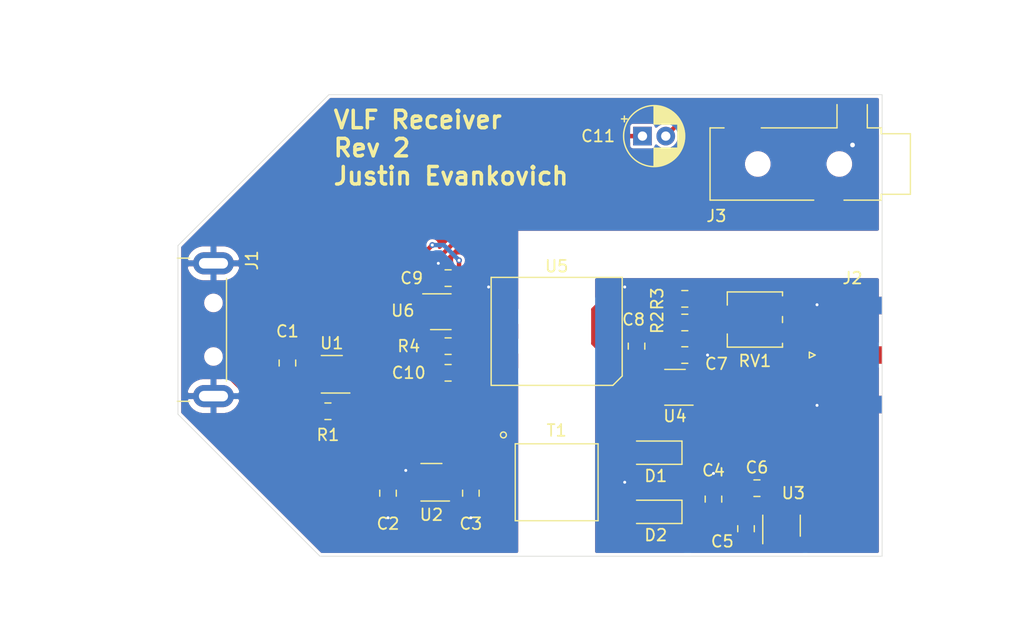
<source format=kicad_pcb>
(kicad_pcb (version 20171130) (host pcbnew 5.1.5)

  (general
    (thickness 1.6)
    (drawings 7)
    (tracks 157)
    (zones 0)
    (modules 28)
    (nets 24)
  )

  (page A4)
  (layers
    (0 F.Cu signal)
    (31 B.Cu signal)
    (32 B.Adhes user)
    (33 F.Adhes user)
    (34 B.Paste user)
    (35 F.Paste user)
    (36 B.SilkS user)
    (37 F.SilkS user)
    (38 B.Mask user)
    (39 F.Mask user)
    (40 Dwgs.User user)
    (41 Cmts.User user)
    (42 Eco1.User user)
    (43 Eco2.User user)
    (44 Edge.Cuts user)
    (45 Margin user)
    (46 B.CrtYd user)
    (47 F.CrtYd user)
    (48 B.Fab user)
    (49 F.Fab user)
  )

  (setup
    (last_trace_width 0.25)
    (user_trace_width 0.1524)
    (user_trace_width 0.254)
    (user_trace_width 0.381)
    (user_trace_width 0.508)
    (user_trace_width 0.65)
    (trace_clearance 0.2)
    (zone_clearance 0.254)
    (zone_45_only no)
    (trace_min 0.1524)
    (via_size 0.8)
    (via_drill 0.4)
    (via_min_size 0.508)
    (via_min_drill 0.254)
    (user_via 0.508 0.254)
    (uvia_size 0.3)
    (uvia_drill 0.1)
    (uvias_allowed no)
    (uvia_min_size 0.2)
    (uvia_min_drill 0.1)
    (edge_width 0.05)
    (segment_width 0.2)
    (pcb_text_width 0.3)
    (pcb_text_size 1.5 1.5)
    (mod_edge_width 0.12)
    (mod_text_size 1 1)
    (mod_text_width 0.15)
    (pad_size 1.524 1.524)
    (pad_drill 0.762)
    (pad_to_mask_clearance 0.051)
    (solder_mask_min_width 0.25)
    (aux_axis_origin 0 0)
    (visible_elements FFFFFF7F)
    (pcbplotparams
      (layerselection 0x010fc_ffffffff)
      (usegerberextensions false)
      (usegerberattributes false)
      (usegerberadvancedattributes false)
      (creategerberjobfile false)
      (excludeedgelayer true)
      (linewidth 0.100000)
      (plotframeref false)
      (viasonmask false)
      (mode 1)
      (useauxorigin false)
      (hpglpennumber 1)
      (hpglpenspeed 20)
      (hpglpendiameter 15.000000)
      (psnegative false)
      (psa4output false)
      (plotreference true)
      (plotvalue true)
      (plotinvisibletext false)
      (padsonsilk false)
      (subtractmaskfromsilk false)
      (outputformat 1)
      (mirror false)
      (drillshape 0)
      (scaleselection 1)
      (outputdirectory "Gerbers/"))
  )

  (net 0 "")
  (net 1 "Net-(C1-Pad1)")
  (net 2 Earth)
  (net 3 VBUS)
  (net 4 "Net-(C4-Pad1)")
  (net 5 GND)
  (net 6 +5V)
  (net 7 "Net-(C8-Pad2)")
  (net 8 "Net-(C8-Pad1)")
  (net 9 "Net-(C10-Pad2)")
  (net 10 "Net-(C10-Pad1)")
  (net 11 "Net-(C11-Pad2)")
  (net 12 "Net-(D1-Pad2)")
  (net 13 "Net-(D2-Pad2)")
  (net 14 "Net-(J1-Pad2)")
  (net 15 "Net-(J1-Pad3)")
  (net 16 "Net-(J2-Pad1)")
  (net 17 "Net-(J3-PadR)")
  (net 18 "Net-(R3-Pad2)")
  (net 19 "Net-(T1-Pad1)")
  (net 20 "Net-(T1-Pad3)")
  (net 21 "Net-(U3-Pad4)")
  (net 22 "Net-(U5-Pad8)")
  (net 23 "Net-(U5-Pad7)")

  (net_class Default "This is the default net class."
    (clearance 0.2)
    (trace_width 0.25)
    (via_dia 0.8)
    (via_drill 0.4)
    (uvia_dia 0.3)
    (uvia_drill 0.1)
    (add_net +5V)
    (add_net Earth)
    (add_net GND)
    (add_net "Net-(C1-Pad1)")
    (add_net "Net-(C10-Pad1)")
    (add_net "Net-(C10-Pad2)")
    (add_net "Net-(C11-Pad2)")
    (add_net "Net-(C4-Pad1)")
    (add_net "Net-(C8-Pad1)")
    (add_net "Net-(C8-Pad2)")
    (add_net "Net-(D1-Pad2)")
    (add_net "Net-(D2-Pad2)")
    (add_net "Net-(J1-Pad2)")
    (add_net "Net-(J1-Pad3)")
    (add_net "Net-(J2-Pad1)")
    (add_net "Net-(J3-PadR)")
    (add_net "Net-(R3-Pad2)")
    (add_net "Net-(T1-Pad1)")
    (add_net "Net-(T1-Pad3)")
    (add_net "Net-(U3-Pad4)")
    (add_net "Net-(U5-Pad7)")
    (add_net "Net-(U5-Pad8)")
    (add_net VBUS)
  )

  (module Package_TO_SOT_SMD:SOT-23-5 (layer F.Cu) (tedit 5A02FF57) (tstamp 5ED70C2C)
    (at 147.744 116.332 180)
    (descr "5-pin SOT23 package")
    (tags SOT-23-5)
    (path /5ED5F822)
    (attr smd)
    (fp_text reference U2 (at 0 -2.794) (layer F.SilkS)
      (effects (font (size 1 1) (thickness 0.15)))
    )
    (fp_text value SN6501 (at 0 2.9) (layer F.Fab)
      (effects (font (size 1 1) (thickness 0.15)))
    )
    (fp_line (start 0.9 -1.55) (end 0.9 1.55) (layer F.Fab) (width 0.1))
    (fp_line (start 0.9 1.55) (end -0.9 1.55) (layer F.Fab) (width 0.1))
    (fp_line (start -0.9 -0.9) (end -0.9 1.55) (layer F.Fab) (width 0.1))
    (fp_line (start 0.9 -1.55) (end -0.25 -1.55) (layer F.Fab) (width 0.1))
    (fp_line (start -0.9 -0.9) (end -0.25 -1.55) (layer F.Fab) (width 0.1))
    (fp_line (start -1.9 1.8) (end -1.9 -1.8) (layer F.CrtYd) (width 0.05))
    (fp_line (start 1.9 1.8) (end -1.9 1.8) (layer F.CrtYd) (width 0.05))
    (fp_line (start 1.9 -1.8) (end 1.9 1.8) (layer F.CrtYd) (width 0.05))
    (fp_line (start -1.9 -1.8) (end 1.9 -1.8) (layer F.CrtYd) (width 0.05))
    (fp_line (start 0.9 -1.61) (end -1.55 -1.61) (layer F.SilkS) (width 0.12))
    (fp_line (start -0.9 1.61) (end 0.9 1.61) (layer F.SilkS) (width 0.12))
    (fp_text user %R (at 0 0 90) (layer F.Fab)
      (effects (font (size 0.5 0.5) (thickness 0.075)))
    )
    (pad 5 smd rect (at 1.1 -0.95 180) (size 1.06 0.65) (layers F.Cu F.Paste F.Mask)
      (net 2 Earth))
    (pad 4 smd rect (at 1.1 0.95 180) (size 1.06 0.65) (layers F.Cu F.Paste F.Mask)
      (net 2 Earth))
    (pad 3 smd rect (at -1.1 0.95 180) (size 1.06 0.65) (layers F.Cu F.Paste F.Mask)
      (net 19 "Net-(T1-Pad1)"))
    (pad 2 smd rect (at -1.1 0 180) (size 1.06 0.65) (layers F.Cu F.Paste F.Mask)
      (net 3 VBUS))
    (pad 1 smd rect (at -1.1 -0.95 180) (size 1.06 0.65) (layers F.Cu F.Paste F.Mask)
      (net 20 "Net-(T1-Pad3)"))
    (model ${KISYS3DMOD}/Package_TO_SOT_SMD.3dshapes/SOT-23-5.wrl
      (at (xyz 0 0 0))
      (scale (xyz 1 1 1))
      (rotate (xyz 0 0 0))
    )
  )

  (module Capacitor_SMD:C_0805_2012Metric (layer F.Cu) (tedit 5B36C52B) (tstamp 5ED715D5)
    (at 135.382 106.0935 90)
    (descr "Capacitor SMD 0805 (2012 Metric), square (rectangular) end terminal, IPC_7351 nominal, (Body size source: https://docs.google.com/spreadsheets/d/1BsfQQcO9C6DZCsRaXUlFlo91Tg2WpOkGARC1WS5S8t0/edit?usp=sharing), generated with kicad-footprint-generator")
    (tags capacitor)
    (path /5EE099FB)
    (attr smd)
    (fp_text reference C1 (at 2.7155 0 180) (layer F.SilkS)
      (effects (font (size 1 1) (thickness 0.15)))
    )
    (fp_text value 1u (at -2.2375 0 180) (layer F.Fab)
      (effects (font (size 1 1) (thickness 0.15)))
    )
    (fp_line (start -1 0.6) (end -1 -0.6) (layer F.Fab) (width 0.1))
    (fp_line (start -1 -0.6) (end 1 -0.6) (layer F.Fab) (width 0.1))
    (fp_line (start 1 -0.6) (end 1 0.6) (layer F.Fab) (width 0.1))
    (fp_line (start 1 0.6) (end -1 0.6) (layer F.Fab) (width 0.1))
    (fp_line (start -0.258578 -0.71) (end 0.258578 -0.71) (layer F.SilkS) (width 0.12))
    (fp_line (start -0.258578 0.71) (end 0.258578 0.71) (layer F.SilkS) (width 0.12))
    (fp_line (start -1.68 0.95) (end -1.68 -0.95) (layer F.CrtYd) (width 0.05))
    (fp_line (start -1.68 -0.95) (end 1.68 -0.95) (layer F.CrtYd) (width 0.05))
    (fp_line (start 1.68 -0.95) (end 1.68 0.95) (layer F.CrtYd) (width 0.05))
    (fp_line (start 1.68 0.95) (end -1.68 0.95) (layer F.CrtYd) (width 0.05))
    (fp_text user %R (at 0 0 90) (layer F.Fab)
      (effects (font (size 0.5 0.5) (thickness 0.08)))
    )
    (pad 1 smd roundrect (at -0.9375 0 90) (size 0.975 1.4) (layers F.Cu F.Paste F.Mask) (roundrect_rratio 0.25)
      (net 1 "Net-(C1-Pad1)"))
    (pad 2 smd roundrect (at 0.9375 0 90) (size 0.975 1.4) (layers F.Cu F.Paste F.Mask) (roundrect_rratio 0.25)
      (net 2 Earth))
    (model ${KISYS3DMOD}/Capacitor_SMD.3dshapes/C_0805_2012Metric.wrl
      (at (xyz 0 0 0))
      (scale (xyz 1 1 1))
      (rotate (xyz 0 0 0))
    )
  )

  (module Capacitor_SMD:C_0805_2012Metric (layer F.Cu) (tedit 5B36C52B) (tstamp 5ED709E1)
    (at 144.018 117.2695 270)
    (descr "Capacitor SMD 0805 (2012 Metric), square (rectangular) end terminal, IPC_7351 nominal, (Body size source: https://docs.google.com/spreadsheets/d/1BsfQQcO9C6DZCsRaXUlFlo91Tg2WpOkGARC1WS5S8t0/edit?usp=sharing), generated with kicad-footprint-generator")
    (tags capacitor)
    (path /5ED7BAE2)
    (attr smd)
    (fp_text reference C2 (at 2.6185 0 180) (layer F.SilkS)
      (effects (font (size 1 1) (thickness 0.15)))
    )
    (fp_text value 0.1u (at 0 1.65 90) (layer F.Fab)
      (effects (font (size 1 1) (thickness 0.15)))
    )
    (fp_line (start -1 0.6) (end -1 -0.6) (layer F.Fab) (width 0.1))
    (fp_line (start -1 -0.6) (end 1 -0.6) (layer F.Fab) (width 0.1))
    (fp_line (start 1 -0.6) (end 1 0.6) (layer F.Fab) (width 0.1))
    (fp_line (start 1 0.6) (end -1 0.6) (layer F.Fab) (width 0.1))
    (fp_line (start -0.258578 -0.71) (end 0.258578 -0.71) (layer F.SilkS) (width 0.12))
    (fp_line (start -0.258578 0.71) (end 0.258578 0.71) (layer F.SilkS) (width 0.12))
    (fp_line (start -1.68 0.95) (end -1.68 -0.95) (layer F.CrtYd) (width 0.05))
    (fp_line (start -1.68 -0.95) (end 1.68 -0.95) (layer F.CrtYd) (width 0.05))
    (fp_line (start 1.68 -0.95) (end 1.68 0.95) (layer F.CrtYd) (width 0.05))
    (fp_line (start 1.68 0.95) (end -1.68 0.95) (layer F.CrtYd) (width 0.05))
    (fp_text user %R (at 0 0 90) (layer F.Fab)
      (effects (font (size 0.5 0.5) (thickness 0.08)))
    )
    (pad 1 smd roundrect (at -0.9375 0 270) (size 0.975 1.4) (layers F.Cu F.Paste F.Mask) (roundrect_rratio 0.25)
      (net 3 VBUS))
    (pad 2 smd roundrect (at 0.9375 0 270) (size 0.975 1.4) (layers F.Cu F.Paste F.Mask) (roundrect_rratio 0.25)
      (net 2 Earth))
    (model ${KISYS3DMOD}/Capacitor_SMD.3dshapes/C_0805_2012Metric.wrl
      (at (xyz 0 0 0))
      (scale (xyz 1 1 1))
      (rotate (xyz 0 0 0))
    )
  )

  (module Capacitor_SMD:C_0805_2012Metric (layer F.Cu) (tedit 5B36C52B) (tstamp 5ED709F2)
    (at 151.13 117.2695 270)
    (descr "Capacitor SMD 0805 (2012 Metric), square (rectangular) end terminal, IPC_7351 nominal, (Body size source: https://docs.google.com/spreadsheets/d/1BsfQQcO9C6DZCsRaXUlFlo91Tg2WpOkGARC1WS5S8t0/edit?usp=sharing), generated with kicad-footprint-generator")
    (tags capacitor)
    (path /5ED7B348)
    (attr smd)
    (fp_text reference C3 (at 2.6185 0 180) (layer F.SilkS)
      (effects (font (size 1 1) (thickness 0.15)))
    )
    (fp_text value 1u (at 0 1.65 90) (layer F.Fab)
      (effects (font (size 1 1) (thickness 0.15)))
    )
    (fp_text user %R (at 0 0 90) (layer F.Fab)
      (effects (font (size 0.5 0.5) (thickness 0.08)))
    )
    (fp_line (start 1.68 0.95) (end -1.68 0.95) (layer F.CrtYd) (width 0.05))
    (fp_line (start 1.68 -0.95) (end 1.68 0.95) (layer F.CrtYd) (width 0.05))
    (fp_line (start -1.68 -0.95) (end 1.68 -0.95) (layer F.CrtYd) (width 0.05))
    (fp_line (start -1.68 0.95) (end -1.68 -0.95) (layer F.CrtYd) (width 0.05))
    (fp_line (start -0.258578 0.71) (end 0.258578 0.71) (layer F.SilkS) (width 0.12))
    (fp_line (start -0.258578 -0.71) (end 0.258578 -0.71) (layer F.SilkS) (width 0.12))
    (fp_line (start 1 0.6) (end -1 0.6) (layer F.Fab) (width 0.1))
    (fp_line (start 1 -0.6) (end 1 0.6) (layer F.Fab) (width 0.1))
    (fp_line (start -1 -0.6) (end 1 -0.6) (layer F.Fab) (width 0.1))
    (fp_line (start -1 0.6) (end -1 -0.6) (layer F.Fab) (width 0.1))
    (pad 2 smd roundrect (at 0.9375 0 270) (size 0.975 1.4) (layers F.Cu F.Paste F.Mask) (roundrect_rratio 0.25)
      (net 2 Earth))
    (pad 1 smd roundrect (at -0.9375 0 270) (size 0.975 1.4) (layers F.Cu F.Paste F.Mask) (roundrect_rratio 0.25)
      (net 3 VBUS))
    (model ${KISYS3DMOD}/Capacitor_SMD.3dshapes/C_0805_2012Metric.wrl
      (at (xyz 0 0 0))
      (scale (xyz 1 1 1))
      (rotate (xyz 0 0 0))
    )
  )

  (module Capacitor_SMD:C_0805_2012Metric (layer F.Cu) (tedit 5B36C52B) (tstamp 5ED70A03)
    (at 171.958 117.7775 90)
    (descr "Capacitor SMD 0805 (2012 Metric), square (rectangular) end terminal, IPC_7351 nominal, (Body size source: https://docs.google.com/spreadsheets/d/1BsfQQcO9C6DZCsRaXUlFlo91Tg2WpOkGARC1WS5S8t0/edit?usp=sharing), generated with kicad-footprint-generator")
    (tags capacitor)
    (path /5ED820DE)
    (attr smd)
    (fp_text reference C4 (at 2.4615 0 180) (layer F.SilkS)
      (effects (font (size 1 1) (thickness 0.15)))
    )
    (fp_text value 1u (at 0 1.65 90) (layer F.Fab)
      (effects (font (size 1 1) (thickness 0.15)))
    )
    (fp_line (start -1 0.6) (end -1 -0.6) (layer F.Fab) (width 0.1))
    (fp_line (start -1 -0.6) (end 1 -0.6) (layer F.Fab) (width 0.1))
    (fp_line (start 1 -0.6) (end 1 0.6) (layer F.Fab) (width 0.1))
    (fp_line (start 1 0.6) (end -1 0.6) (layer F.Fab) (width 0.1))
    (fp_line (start -0.258578 -0.71) (end 0.258578 -0.71) (layer F.SilkS) (width 0.12))
    (fp_line (start -0.258578 0.71) (end 0.258578 0.71) (layer F.SilkS) (width 0.12))
    (fp_line (start -1.68 0.95) (end -1.68 -0.95) (layer F.CrtYd) (width 0.05))
    (fp_line (start -1.68 -0.95) (end 1.68 -0.95) (layer F.CrtYd) (width 0.05))
    (fp_line (start 1.68 -0.95) (end 1.68 0.95) (layer F.CrtYd) (width 0.05))
    (fp_line (start 1.68 0.95) (end -1.68 0.95) (layer F.CrtYd) (width 0.05))
    (fp_text user %R (at 0 0 90) (layer F.Fab)
      (effects (font (size 0.5 0.5) (thickness 0.08)))
    )
    (pad 1 smd roundrect (at -0.9375 0 90) (size 0.975 1.4) (layers F.Cu F.Paste F.Mask) (roundrect_rratio 0.25)
      (net 4 "Net-(C4-Pad1)"))
    (pad 2 smd roundrect (at 0.9375 0 90) (size 0.975 1.4) (layers F.Cu F.Paste F.Mask) (roundrect_rratio 0.25)
      (net 5 GND))
    (model ${KISYS3DMOD}/Capacitor_SMD.3dshapes/C_0805_2012Metric.wrl
      (at (xyz 0 0 0))
      (scale (xyz 1 1 1))
      (rotate (xyz 0 0 0))
    )
  )

  (module Capacitor_SMD:C_0805_2012Metric (layer F.Cu) (tedit 5B36C52B) (tstamp 5ED70A14)
    (at 174.752 120.3175 90)
    (descr "Capacitor SMD 0805 (2012 Metric), square (rectangular) end terminal, IPC_7351 nominal, (Body size source: https://docs.google.com/spreadsheets/d/1BsfQQcO9C6DZCsRaXUlFlo91Tg2WpOkGARC1WS5S8t0/edit?usp=sharing), generated with kicad-footprint-generator")
    (tags capacitor)
    (path /5ED86C5D)
    (attr smd)
    (fp_text reference C5 (at -1.0945 -2.032 180) (layer F.SilkS)
      (effects (font (size 1 1) (thickness 0.15)))
    )
    (fp_text value 0.1u (at 0 1.65 90) (layer F.Fab)
      (effects (font (size 1 1) (thickness 0.15)))
    )
    (fp_text user %R (at 0 0 90) (layer F.Fab)
      (effects (font (size 0.5 0.5) (thickness 0.08)))
    )
    (fp_line (start 1.68 0.95) (end -1.68 0.95) (layer F.CrtYd) (width 0.05))
    (fp_line (start 1.68 -0.95) (end 1.68 0.95) (layer F.CrtYd) (width 0.05))
    (fp_line (start -1.68 -0.95) (end 1.68 -0.95) (layer F.CrtYd) (width 0.05))
    (fp_line (start -1.68 0.95) (end -1.68 -0.95) (layer F.CrtYd) (width 0.05))
    (fp_line (start -0.258578 0.71) (end 0.258578 0.71) (layer F.SilkS) (width 0.12))
    (fp_line (start -0.258578 -0.71) (end 0.258578 -0.71) (layer F.SilkS) (width 0.12))
    (fp_line (start 1 0.6) (end -1 0.6) (layer F.Fab) (width 0.1))
    (fp_line (start 1 -0.6) (end 1 0.6) (layer F.Fab) (width 0.1))
    (fp_line (start -1 -0.6) (end 1 -0.6) (layer F.Fab) (width 0.1))
    (fp_line (start -1 0.6) (end -1 -0.6) (layer F.Fab) (width 0.1))
    (pad 2 smd roundrect (at 0.9375 0 90) (size 0.975 1.4) (layers F.Cu F.Paste F.Mask) (roundrect_rratio 0.25)
      (net 5 GND))
    (pad 1 smd roundrect (at -0.9375 0 90) (size 0.975 1.4) (layers F.Cu F.Paste F.Mask) (roundrect_rratio 0.25)
      (net 4 "Net-(C4-Pad1)"))
    (model ${KISYS3DMOD}/Capacitor_SMD.3dshapes/C_0805_2012Metric.wrl
      (at (xyz 0 0 0))
      (scale (xyz 1 1 1))
      (rotate (xyz 0 0 0))
    )
  )

  (module Capacitor_SMD:C_0805_2012Metric (layer F.Cu) (tedit 5B36C52B) (tstamp 5ED70A25)
    (at 175.6895 116.84 180)
    (descr "Capacitor SMD 0805 (2012 Metric), square (rectangular) end terminal, IPC_7351 nominal, (Body size source: https://docs.google.com/spreadsheets/d/1BsfQQcO9C6DZCsRaXUlFlo91Tg2WpOkGARC1WS5S8t0/edit?usp=sharing), generated with kicad-footprint-generator")
    (tags capacitor)
    (path /5ED8B9BC)
    (attr smd)
    (fp_text reference C6 (at 0 1.778) (layer F.SilkS)
      (effects (font (size 1 1) (thickness 0.15)))
    )
    (fp_text value 1u (at 0 1.65) (layer F.Fab)
      (effects (font (size 1 1) (thickness 0.15)))
    )
    (fp_line (start -1 0.6) (end -1 -0.6) (layer F.Fab) (width 0.1))
    (fp_line (start -1 -0.6) (end 1 -0.6) (layer F.Fab) (width 0.1))
    (fp_line (start 1 -0.6) (end 1 0.6) (layer F.Fab) (width 0.1))
    (fp_line (start 1 0.6) (end -1 0.6) (layer F.Fab) (width 0.1))
    (fp_line (start -0.258578 -0.71) (end 0.258578 -0.71) (layer F.SilkS) (width 0.12))
    (fp_line (start -0.258578 0.71) (end 0.258578 0.71) (layer F.SilkS) (width 0.12))
    (fp_line (start -1.68 0.95) (end -1.68 -0.95) (layer F.CrtYd) (width 0.05))
    (fp_line (start -1.68 -0.95) (end 1.68 -0.95) (layer F.CrtYd) (width 0.05))
    (fp_line (start 1.68 -0.95) (end 1.68 0.95) (layer F.CrtYd) (width 0.05))
    (fp_line (start 1.68 0.95) (end -1.68 0.95) (layer F.CrtYd) (width 0.05))
    (fp_text user %R (at 0 0) (layer F.Fab)
      (effects (font (size 0.5 0.5) (thickness 0.08)))
    )
    (pad 1 smd roundrect (at -0.9375 0 180) (size 0.975 1.4) (layers F.Cu F.Paste F.Mask) (roundrect_rratio 0.25)
      (net 6 +5V))
    (pad 2 smd roundrect (at 0.9375 0 180) (size 0.975 1.4) (layers F.Cu F.Paste F.Mask) (roundrect_rratio 0.25)
      (net 5 GND))
    (model ${KISYS3DMOD}/Capacitor_SMD.3dshapes/C_0805_2012Metric.wrl
      (at (xyz 0 0 0))
      (scale (xyz 1 1 1))
      (rotate (xyz 0 0 0))
    )
  )

  (module Capacitor_SMD:C_0805_2012Metric (layer F.Cu) (tedit 5B36C52B) (tstamp 5ED70A36)
    (at 169.4965 105.41 180)
    (descr "Capacitor SMD 0805 (2012 Metric), square (rectangular) end terminal, IPC_7351 nominal, (Body size source: https://docs.google.com/spreadsheets/d/1BsfQQcO9C6DZCsRaXUlFlo91Tg2WpOkGARC1WS5S8t0/edit?usp=sharing), generated with kicad-footprint-generator")
    (tags capacitor)
    (path /5EF09AC9)
    (attr smd)
    (fp_text reference C7 (at -2.7155 -0.762) (layer F.SilkS)
      (effects (font (size 1 1) (thickness 0.15)))
    )
    (fp_text value 0.1u (at 0 1.65) (layer F.Fab)
      (effects (font (size 1 1) (thickness 0.15)))
    )
    (fp_text user %R (at 0 0) (layer F.Fab)
      (effects (font (size 0.5 0.5) (thickness 0.08)))
    )
    (fp_line (start 1.68 0.95) (end -1.68 0.95) (layer F.CrtYd) (width 0.05))
    (fp_line (start 1.68 -0.95) (end 1.68 0.95) (layer F.CrtYd) (width 0.05))
    (fp_line (start -1.68 -0.95) (end 1.68 -0.95) (layer F.CrtYd) (width 0.05))
    (fp_line (start -1.68 0.95) (end -1.68 -0.95) (layer F.CrtYd) (width 0.05))
    (fp_line (start -0.258578 0.71) (end 0.258578 0.71) (layer F.SilkS) (width 0.12))
    (fp_line (start -0.258578 -0.71) (end 0.258578 -0.71) (layer F.SilkS) (width 0.12))
    (fp_line (start 1 0.6) (end -1 0.6) (layer F.Fab) (width 0.1))
    (fp_line (start 1 -0.6) (end 1 0.6) (layer F.Fab) (width 0.1))
    (fp_line (start -1 -0.6) (end 1 -0.6) (layer F.Fab) (width 0.1))
    (fp_line (start -1 0.6) (end -1 -0.6) (layer F.Fab) (width 0.1))
    (pad 2 smd roundrect (at 0.9375 0 180) (size 0.975 1.4) (layers F.Cu F.Paste F.Mask) (roundrect_rratio 0.25)
      (net 6 +5V))
    (pad 1 smd roundrect (at -0.9375 0 180) (size 0.975 1.4) (layers F.Cu F.Paste F.Mask) (roundrect_rratio 0.25)
      (net 5 GND))
    (model ${KISYS3DMOD}/Capacitor_SMD.3dshapes/C_0805_2012Metric.wrl
      (at (xyz 0 0 0))
      (scale (xyz 1 1 1))
      (rotate (xyz 0 0 0))
    )
  )

  (module Capacitor_SMD:C_0805_2012Metric (layer F.Cu) (tedit 5B36C52B) (tstamp 5ED857BD)
    (at 165.354 104.648 270)
    (descr "Capacitor SMD 0805 (2012 Metric), square (rectangular) end terminal, IPC_7351 nominal, (Body size source: https://docs.google.com/spreadsheets/d/1BsfQQcO9C6DZCsRaXUlFlo91Tg2WpOkGARC1WS5S8t0/edit?usp=sharing), generated with kicad-footprint-generator")
    (tags capacitor)
    (path /5EEA2CD6)
    (attr smd)
    (fp_text reference C8 (at -2.286 0.254 180) (layer F.SilkS)
      (effects (font (size 1 1) (thickness 0.15)))
    )
    (fp_text value 47p (at 0 1.65 90) (layer F.Fab)
      (effects (font (size 1 1) (thickness 0.15)))
    )
    (fp_text user %R (at 0 0 90) (layer F.Fab)
      (effects (font (size 0.5 0.5) (thickness 0.08)))
    )
    (fp_line (start 1.68 0.95) (end -1.68 0.95) (layer F.CrtYd) (width 0.05))
    (fp_line (start 1.68 -0.95) (end 1.68 0.95) (layer F.CrtYd) (width 0.05))
    (fp_line (start -1.68 -0.95) (end 1.68 -0.95) (layer F.CrtYd) (width 0.05))
    (fp_line (start -1.68 0.95) (end -1.68 -0.95) (layer F.CrtYd) (width 0.05))
    (fp_line (start -0.258578 0.71) (end 0.258578 0.71) (layer F.SilkS) (width 0.12))
    (fp_line (start -0.258578 -0.71) (end 0.258578 -0.71) (layer F.SilkS) (width 0.12))
    (fp_line (start 1 0.6) (end -1 0.6) (layer F.Fab) (width 0.1))
    (fp_line (start 1 -0.6) (end 1 0.6) (layer F.Fab) (width 0.1))
    (fp_line (start -1 -0.6) (end 1 -0.6) (layer F.Fab) (width 0.1))
    (fp_line (start -1 0.6) (end -1 -0.6) (layer F.Fab) (width 0.1))
    (pad 2 smd roundrect (at 0.9375 0 270) (size 0.975 1.4) (layers F.Cu F.Paste F.Mask) (roundrect_rratio 0.25)
      (net 7 "Net-(C8-Pad2)"))
    (pad 1 smd roundrect (at -0.9375 0 270) (size 0.975 1.4) (layers F.Cu F.Paste F.Mask) (roundrect_rratio 0.25)
      (net 8 "Net-(C8-Pad1)"))
    (model ${KISYS3DMOD}/Capacitor_SMD.3dshapes/C_0805_2012Metric.wrl
      (at (xyz 0 0 0))
      (scale (xyz 1 1 1))
      (rotate (xyz 0 0 0))
    )
  )

  (module Capacitor_SMD:C_0805_2012Metric (layer F.Cu) (tedit 5B36C52B) (tstamp 5ED70A58)
    (at 149.1765 98.806 180)
    (descr "Capacitor SMD 0805 (2012 Metric), square (rectangular) end terminal, IPC_7351 nominal, (Body size source: https://docs.google.com/spreadsheets/d/1BsfQQcO9C6DZCsRaXUlFlo91Tg2WpOkGARC1WS5S8t0/edit?usp=sharing), generated with kicad-footprint-generator")
    (tags capacitor)
    (path /5EF1474E)
    (attr smd)
    (fp_text reference C9 (at 3.1265 0) (layer F.SilkS)
      (effects (font (size 1 1) (thickness 0.15)))
    )
    (fp_text value 0.1u (at 0 1.65) (layer F.Fab)
      (effects (font (size 1 1) (thickness 0.15)))
    )
    (fp_line (start -1 0.6) (end -1 -0.6) (layer F.Fab) (width 0.1))
    (fp_line (start -1 -0.6) (end 1 -0.6) (layer F.Fab) (width 0.1))
    (fp_line (start 1 -0.6) (end 1 0.6) (layer F.Fab) (width 0.1))
    (fp_line (start 1 0.6) (end -1 0.6) (layer F.Fab) (width 0.1))
    (fp_line (start -0.258578 -0.71) (end 0.258578 -0.71) (layer F.SilkS) (width 0.12))
    (fp_line (start -0.258578 0.71) (end 0.258578 0.71) (layer F.SilkS) (width 0.12))
    (fp_line (start -1.68 0.95) (end -1.68 -0.95) (layer F.CrtYd) (width 0.05))
    (fp_line (start -1.68 -0.95) (end 1.68 -0.95) (layer F.CrtYd) (width 0.05))
    (fp_line (start 1.68 -0.95) (end 1.68 0.95) (layer F.CrtYd) (width 0.05))
    (fp_line (start 1.68 0.95) (end -1.68 0.95) (layer F.CrtYd) (width 0.05))
    (fp_text user %R (at 0 0) (layer F.Fab)
      (effects (font (size 0.5 0.5) (thickness 0.08)))
    )
    (pad 1 smd roundrect (at -0.9375 0 180) (size 0.975 1.4) (layers F.Cu F.Paste F.Mask) (roundrect_rratio 0.25)
      (net 3 VBUS))
    (pad 2 smd roundrect (at 0.9375 0 180) (size 0.975 1.4) (layers F.Cu F.Paste F.Mask) (roundrect_rratio 0.25)
      (net 2 Earth))
    (model ${KISYS3DMOD}/Capacitor_SMD.3dshapes/C_0805_2012Metric.wrl
      (at (xyz 0 0 0))
      (scale (xyz 1 1 1))
      (rotate (xyz 0 0 0))
    )
  )

  (module Capacitor_SMD:C_0805_2012Metric (layer F.Cu) (tedit 5B36C52B) (tstamp 5ED70A69)
    (at 149.1765 106.934)
    (descr "Capacitor SMD 0805 (2012 Metric), square (rectangular) end terminal, IPC_7351 nominal, (Body size source: https://docs.google.com/spreadsheets/d/1BsfQQcO9C6DZCsRaXUlFlo91Tg2WpOkGARC1WS5S8t0/edit?usp=sharing), generated with kicad-footprint-generator")
    (tags capacitor)
    (path /5EE816B4)
    (attr smd)
    (fp_text reference C10 (at -3.3805 0) (layer F.SilkS)
      (effects (font (size 1 1) (thickness 0.15)))
    )
    (fp_text value 47p (at 0 1.65) (layer F.Fab)
      (effects (font (size 1 1) (thickness 0.15)))
    )
    (fp_text user %R (at 0 0) (layer F.Fab)
      (effects (font (size 0.5 0.5) (thickness 0.08)))
    )
    (fp_line (start 1.68 0.95) (end -1.68 0.95) (layer F.CrtYd) (width 0.05))
    (fp_line (start 1.68 -0.95) (end 1.68 0.95) (layer F.CrtYd) (width 0.05))
    (fp_line (start -1.68 -0.95) (end 1.68 -0.95) (layer F.CrtYd) (width 0.05))
    (fp_line (start -1.68 0.95) (end -1.68 -0.95) (layer F.CrtYd) (width 0.05))
    (fp_line (start -0.258578 0.71) (end 0.258578 0.71) (layer F.SilkS) (width 0.12))
    (fp_line (start -0.258578 -0.71) (end 0.258578 -0.71) (layer F.SilkS) (width 0.12))
    (fp_line (start 1 0.6) (end -1 0.6) (layer F.Fab) (width 0.1))
    (fp_line (start 1 -0.6) (end 1 0.6) (layer F.Fab) (width 0.1))
    (fp_line (start -1 -0.6) (end 1 -0.6) (layer F.Fab) (width 0.1))
    (fp_line (start -1 0.6) (end -1 -0.6) (layer F.Fab) (width 0.1))
    (pad 2 smd roundrect (at 0.9375 0) (size 0.975 1.4) (layers F.Cu F.Paste F.Mask) (roundrect_rratio 0.25)
      (net 9 "Net-(C10-Pad2)"))
    (pad 1 smd roundrect (at -0.9375 0) (size 0.975 1.4) (layers F.Cu F.Paste F.Mask) (roundrect_rratio 0.25)
      (net 10 "Net-(C10-Pad1)"))
    (model ${KISYS3DMOD}/Capacitor_SMD.3dshapes/C_0805_2012Metric.wrl
      (at (xyz 0 0 0))
      (scale (xyz 1 1 1))
      (rotate (xyz 0 0 0))
    )
  )

  (module Capacitor_THT:CP_Radial_D5.0mm_P2.00mm (layer F.Cu) (tedit 5AE50EF0) (tstamp 5ED70AEC)
    (at 165.862 86.614)
    (descr "CP, Radial series, Radial, pin pitch=2.00mm, , diameter=5mm, Electrolytic Capacitor")
    (tags "CP Radial series Radial pin pitch 2.00mm  diameter 5mm Electrolytic Capacitor")
    (path /5F0319DF)
    (fp_text reference C11 (at -3.81 0) (layer F.SilkS)
      (effects (font (size 1 1) (thickness 0.15)))
    )
    (fp_text value 22u (at 1 3.75) (layer F.Fab)
      (effects (font (size 1 1) (thickness 0.15)))
    )
    (fp_circle (center 1 0) (end 3.5 0) (layer F.Fab) (width 0.1))
    (fp_circle (center 1 0) (end 3.62 0) (layer F.SilkS) (width 0.12))
    (fp_circle (center 1 0) (end 3.75 0) (layer F.CrtYd) (width 0.05))
    (fp_line (start -1.133605 -1.0875) (end -0.633605 -1.0875) (layer F.Fab) (width 0.1))
    (fp_line (start -0.883605 -1.3375) (end -0.883605 -0.8375) (layer F.Fab) (width 0.1))
    (fp_line (start 1 1.04) (end 1 2.58) (layer F.SilkS) (width 0.12))
    (fp_line (start 1 -2.58) (end 1 -1.04) (layer F.SilkS) (width 0.12))
    (fp_line (start 1.04 1.04) (end 1.04 2.58) (layer F.SilkS) (width 0.12))
    (fp_line (start 1.04 -2.58) (end 1.04 -1.04) (layer F.SilkS) (width 0.12))
    (fp_line (start 1.08 -2.579) (end 1.08 -1.04) (layer F.SilkS) (width 0.12))
    (fp_line (start 1.08 1.04) (end 1.08 2.579) (layer F.SilkS) (width 0.12))
    (fp_line (start 1.12 -2.578) (end 1.12 -1.04) (layer F.SilkS) (width 0.12))
    (fp_line (start 1.12 1.04) (end 1.12 2.578) (layer F.SilkS) (width 0.12))
    (fp_line (start 1.16 -2.576) (end 1.16 -1.04) (layer F.SilkS) (width 0.12))
    (fp_line (start 1.16 1.04) (end 1.16 2.576) (layer F.SilkS) (width 0.12))
    (fp_line (start 1.2 -2.573) (end 1.2 -1.04) (layer F.SilkS) (width 0.12))
    (fp_line (start 1.2 1.04) (end 1.2 2.573) (layer F.SilkS) (width 0.12))
    (fp_line (start 1.24 -2.569) (end 1.24 -1.04) (layer F.SilkS) (width 0.12))
    (fp_line (start 1.24 1.04) (end 1.24 2.569) (layer F.SilkS) (width 0.12))
    (fp_line (start 1.28 -2.565) (end 1.28 -1.04) (layer F.SilkS) (width 0.12))
    (fp_line (start 1.28 1.04) (end 1.28 2.565) (layer F.SilkS) (width 0.12))
    (fp_line (start 1.32 -2.561) (end 1.32 -1.04) (layer F.SilkS) (width 0.12))
    (fp_line (start 1.32 1.04) (end 1.32 2.561) (layer F.SilkS) (width 0.12))
    (fp_line (start 1.36 -2.556) (end 1.36 -1.04) (layer F.SilkS) (width 0.12))
    (fp_line (start 1.36 1.04) (end 1.36 2.556) (layer F.SilkS) (width 0.12))
    (fp_line (start 1.4 -2.55) (end 1.4 -1.04) (layer F.SilkS) (width 0.12))
    (fp_line (start 1.4 1.04) (end 1.4 2.55) (layer F.SilkS) (width 0.12))
    (fp_line (start 1.44 -2.543) (end 1.44 -1.04) (layer F.SilkS) (width 0.12))
    (fp_line (start 1.44 1.04) (end 1.44 2.543) (layer F.SilkS) (width 0.12))
    (fp_line (start 1.48 -2.536) (end 1.48 -1.04) (layer F.SilkS) (width 0.12))
    (fp_line (start 1.48 1.04) (end 1.48 2.536) (layer F.SilkS) (width 0.12))
    (fp_line (start 1.52 -2.528) (end 1.52 -1.04) (layer F.SilkS) (width 0.12))
    (fp_line (start 1.52 1.04) (end 1.52 2.528) (layer F.SilkS) (width 0.12))
    (fp_line (start 1.56 -2.52) (end 1.56 -1.04) (layer F.SilkS) (width 0.12))
    (fp_line (start 1.56 1.04) (end 1.56 2.52) (layer F.SilkS) (width 0.12))
    (fp_line (start 1.6 -2.511) (end 1.6 -1.04) (layer F.SilkS) (width 0.12))
    (fp_line (start 1.6 1.04) (end 1.6 2.511) (layer F.SilkS) (width 0.12))
    (fp_line (start 1.64 -2.501) (end 1.64 -1.04) (layer F.SilkS) (width 0.12))
    (fp_line (start 1.64 1.04) (end 1.64 2.501) (layer F.SilkS) (width 0.12))
    (fp_line (start 1.68 -2.491) (end 1.68 -1.04) (layer F.SilkS) (width 0.12))
    (fp_line (start 1.68 1.04) (end 1.68 2.491) (layer F.SilkS) (width 0.12))
    (fp_line (start 1.721 -2.48) (end 1.721 -1.04) (layer F.SilkS) (width 0.12))
    (fp_line (start 1.721 1.04) (end 1.721 2.48) (layer F.SilkS) (width 0.12))
    (fp_line (start 1.761 -2.468) (end 1.761 -1.04) (layer F.SilkS) (width 0.12))
    (fp_line (start 1.761 1.04) (end 1.761 2.468) (layer F.SilkS) (width 0.12))
    (fp_line (start 1.801 -2.455) (end 1.801 -1.04) (layer F.SilkS) (width 0.12))
    (fp_line (start 1.801 1.04) (end 1.801 2.455) (layer F.SilkS) (width 0.12))
    (fp_line (start 1.841 -2.442) (end 1.841 -1.04) (layer F.SilkS) (width 0.12))
    (fp_line (start 1.841 1.04) (end 1.841 2.442) (layer F.SilkS) (width 0.12))
    (fp_line (start 1.881 -2.428) (end 1.881 -1.04) (layer F.SilkS) (width 0.12))
    (fp_line (start 1.881 1.04) (end 1.881 2.428) (layer F.SilkS) (width 0.12))
    (fp_line (start 1.921 -2.414) (end 1.921 -1.04) (layer F.SilkS) (width 0.12))
    (fp_line (start 1.921 1.04) (end 1.921 2.414) (layer F.SilkS) (width 0.12))
    (fp_line (start 1.961 -2.398) (end 1.961 -1.04) (layer F.SilkS) (width 0.12))
    (fp_line (start 1.961 1.04) (end 1.961 2.398) (layer F.SilkS) (width 0.12))
    (fp_line (start 2.001 -2.382) (end 2.001 -1.04) (layer F.SilkS) (width 0.12))
    (fp_line (start 2.001 1.04) (end 2.001 2.382) (layer F.SilkS) (width 0.12))
    (fp_line (start 2.041 -2.365) (end 2.041 -1.04) (layer F.SilkS) (width 0.12))
    (fp_line (start 2.041 1.04) (end 2.041 2.365) (layer F.SilkS) (width 0.12))
    (fp_line (start 2.081 -2.348) (end 2.081 -1.04) (layer F.SilkS) (width 0.12))
    (fp_line (start 2.081 1.04) (end 2.081 2.348) (layer F.SilkS) (width 0.12))
    (fp_line (start 2.121 -2.329) (end 2.121 -1.04) (layer F.SilkS) (width 0.12))
    (fp_line (start 2.121 1.04) (end 2.121 2.329) (layer F.SilkS) (width 0.12))
    (fp_line (start 2.161 -2.31) (end 2.161 -1.04) (layer F.SilkS) (width 0.12))
    (fp_line (start 2.161 1.04) (end 2.161 2.31) (layer F.SilkS) (width 0.12))
    (fp_line (start 2.201 -2.29) (end 2.201 -1.04) (layer F.SilkS) (width 0.12))
    (fp_line (start 2.201 1.04) (end 2.201 2.29) (layer F.SilkS) (width 0.12))
    (fp_line (start 2.241 -2.268) (end 2.241 -1.04) (layer F.SilkS) (width 0.12))
    (fp_line (start 2.241 1.04) (end 2.241 2.268) (layer F.SilkS) (width 0.12))
    (fp_line (start 2.281 -2.247) (end 2.281 -1.04) (layer F.SilkS) (width 0.12))
    (fp_line (start 2.281 1.04) (end 2.281 2.247) (layer F.SilkS) (width 0.12))
    (fp_line (start 2.321 -2.224) (end 2.321 -1.04) (layer F.SilkS) (width 0.12))
    (fp_line (start 2.321 1.04) (end 2.321 2.224) (layer F.SilkS) (width 0.12))
    (fp_line (start 2.361 -2.2) (end 2.361 -1.04) (layer F.SilkS) (width 0.12))
    (fp_line (start 2.361 1.04) (end 2.361 2.2) (layer F.SilkS) (width 0.12))
    (fp_line (start 2.401 -2.175) (end 2.401 -1.04) (layer F.SilkS) (width 0.12))
    (fp_line (start 2.401 1.04) (end 2.401 2.175) (layer F.SilkS) (width 0.12))
    (fp_line (start 2.441 -2.149) (end 2.441 -1.04) (layer F.SilkS) (width 0.12))
    (fp_line (start 2.441 1.04) (end 2.441 2.149) (layer F.SilkS) (width 0.12))
    (fp_line (start 2.481 -2.122) (end 2.481 -1.04) (layer F.SilkS) (width 0.12))
    (fp_line (start 2.481 1.04) (end 2.481 2.122) (layer F.SilkS) (width 0.12))
    (fp_line (start 2.521 -2.095) (end 2.521 -1.04) (layer F.SilkS) (width 0.12))
    (fp_line (start 2.521 1.04) (end 2.521 2.095) (layer F.SilkS) (width 0.12))
    (fp_line (start 2.561 -2.065) (end 2.561 -1.04) (layer F.SilkS) (width 0.12))
    (fp_line (start 2.561 1.04) (end 2.561 2.065) (layer F.SilkS) (width 0.12))
    (fp_line (start 2.601 -2.035) (end 2.601 -1.04) (layer F.SilkS) (width 0.12))
    (fp_line (start 2.601 1.04) (end 2.601 2.035) (layer F.SilkS) (width 0.12))
    (fp_line (start 2.641 -2.004) (end 2.641 -1.04) (layer F.SilkS) (width 0.12))
    (fp_line (start 2.641 1.04) (end 2.641 2.004) (layer F.SilkS) (width 0.12))
    (fp_line (start 2.681 -1.971) (end 2.681 -1.04) (layer F.SilkS) (width 0.12))
    (fp_line (start 2.681 1.04) (end 2.681 1.971) (layer F.SilkS) (width 0.12))
    (fp_line (start 2.721 -1.937) (end 2.721 -1.04) (layer F.SilkS) (width 0.12))
    (fp_line (start 2.721 1.04) (end 2.721 1.937) (layer F.SilkS) (width 0.12))
    (fp_line (start 2.761 -1.901) (end 2.761 -1.04) (layer F.SilkS) (width 0.12))
    (fp_line (start 2.761 1.04) (end 2.761 1.901) (layer F.SilkS) (width 0.12))
    (fp_line (start 2.801 -1.864) (end 2.801 -1.04) (layer F.SilkS) (width 0.12))
    (fp_line (start 2.801 1.04) (end 2.801 1.864) (layer F.SilkS) (width 0.12))
    (fp_line (start 2.841 -1.826) (end 2.841 -1.04) (layer F.SilkS) (width 0.12))
    (fp_line (start 2.841 1.04) (end 2.841 1.826) (layer F.SilkS) (width 0.12))
    (fp_line (start 2.881 -1.785) (end 2.881 -1.04) (layer F.SilkS) (width 0.12))
    (fp_line (start 2.881 1.04) (end 2.881 1.785) (layer F.SilkS) (width 0.12))
    (fp_line (start 2.921 -1.743) (end 2.921 -1.04) (layer F.SilkS) (width 0.12))
    (fp_line (start 2.921 1.04) (end 2.921 1.743) (layer F.SilkS) (width 0.12))
    (fp_line (start 2.961 -1.699) (end 2.961 -1.04) (layer F.SilkS) (width 0.12))
    (fp_line (start 2.961 1.04) (end 2.961 1.699) (layer F.SilkS) (width 0.12))
    (fp_line (start 3.001 -1.653) (end 3.001 -1.04) (layer F.SilkS) (width 0.12))
    (fp_line (start 3.001 1.04) (end 3.001 1.653) (layer F.SilkS) (width 0.12))
    (fp_line (start 3.041 -1.605) (end 3.041 1.605) (layer F.SilkS) (width 0.12))
    (fp_line (start 3.081 -1.554) (end 3.081 1.554) (layer F.SilkS) (width 0.12))
    (fp_line (start 3.121 -1.5) (end 3.121 1.5) (layer F.SilkS) (width 0.12))
    (fp_line (start 3.161 -1.443) (end 3.161 1.443) (layer F.SilkS) (width 0.12))
    (fp_line (start 3.201 -1.383) (end 3.201 1.383) (layer F.SilkS) (width 0.12))
    (fp_line (start 3.241 -1.319) (end 3.241 1.319) (layer F.SilkS) (width 0.12))
    (fp_line (start 3.281 -1.251) (end 3.281 1.251) (layer F.SilkS) (width 0.12))
    (fp_line (start 3.321 -1.178) (end 3.321 1.178) (layer F.SilkS) (width 0.12))
    (fp_line (start 3.361 -1.098) (end 3.361 1.098) (layer F.SilkS) (width 0.12))
    (fp_line (start 3.401 -1.011) (end 3.401 1.011) (layer F.SilkS) (width 0.12))
    (fp_line (start 3.441 -0.915) (end 3.441 0.915) (layer F.SilkS) (width 0.12))
    (fp_line (start 3.481 -0.805) (end 3.481 0.805) (layer F.SilkS) (width 0.12))
    (fp_line (start 3.521 -0.677) (end 3.521 0.677) (layer F.SilkS) (width 0.12))
    (fp_line (start 3.561 -0.518) (end 3.561 0.518) (layer F.SilkS) (width 0.12))
    (fp_line (start 3.601 -0.284) (end 3.601 0.284) (layer F.SilkS) (width 0.12))
    (fp_line (start -1.804775 -1.475) (end -1.304775 -1.475) (layer F.SilkS) (width 0.12))
    (fp_line (start -1.554775 -1.725) (end -1.554775 -1.225) (layer F.SilkS) (width 0.12))
    (fp_text user %R (at 1 0) (layer F.Fab)
      (effects (font (size 1 1) (thickness 0.15)))
    )
    (pad 1 thru_hole rect (at 0 0) (size 1.6 1.6) (drill 0.8) (layers *.Cu *.Mask)
      (net 10 "Net-(C10-Pad1)"))
    (pad 2 thru_hole circle (at 2 0) (size 1.6 1.6) (drill 0.8) (layers *.Cu *.Mask)
      (net 11 "Net-(C11-Pad2)"))
    (model ${KISYS3DMOD}/Capacitor_THT.3dshapes/CP_Radial_D5.0mm_P2.00mm.wrl
      (at (xyz 0 0 0))
      (scale (xyz 1 1 1))
      (rotate (xyz 0 0 0))
    )
  )

  (module Diode_SMD:D_SOD-123 (layer F.Cu) (tedit 58645DC7) (tstamp 5ED70B05)
    (at 167.004 113.792 180)
    (descr SOD-123)
    (tags SOD-123)
    (path /5ED5B2AA)
    (attr smd)
    (fp_text reference D1 (at 0 -2) (layer F.SilkS)
      (effects (font (size 1 1) (thickness 0.15)))
    )
    (fp_text value MBR0520LT (at 0 2.1) (layer F.Fab)
      (effects (font (size 1 1) (thickness 0.15)))
    )
    (fp_text user %R (at 0 -2) (layer F.Fab)
      (effects (font (size 1 1) (thickness 0.15)))
    )
    (fp_line (start -2.25 -1) (end -2.25 1) (layer F.SilkS) (width 0.12))
    (fp_line (start 0.25 0) (end 0.75 0) (layer F.Fab) (width 0.1))
    (fp_line (start 0.25 0.4) (end -0.35 0) (layer F.Fab) (width 0.1))
    (fp_line (start 0.25 -0.4) (end 0.25 0.4) (layer F.Fab) (width 0.1))
    (fp_line (start -0.35 0) (end 0.25 -0.4) (layer F.Fab) (width 0.1))
    (fp_line (start -0.35 0) (end -0.35 0.55) (layer F.Fab) (width 0.1))
    (fp_line (start -0.35 0) (end -0.35 -0.55) (layer F.Fab) (width 0.1))
    (fp_line (start -0.75 0) (end -0.35 0) (layer F.Fab) (width 0.1))
    (fp_line (start -1.4 0.9) (end -1.4 -0.9) (layer F.Fab) (width 0.1))
    (fp_line (start 1.4 0.9) (end -1.4 0.9) (layer F.Fab) (width 0.1))
    (fp_line (start 1.4 -0.9) (end 1.4 0.9) (layer F.Fab) (width 0.1))
    (fp_line (start -1.4 -0.9) (end 1.4 -0.9) (layer F.Fab) (width 0.1))
    (fp_line (start -2.35 -1.15) (end 2.35 -1.15) (layer F.CrtYd) (width 0.05))
    (fp_line (start 2.35 -1.15) (end 2.35 1.15) (layer F.CrtYd) (width 0.05))
    (fp_line (start 2.35 1.15) (end -2.35 1.15) (layer F.CrtYd) (width 0.05))
    (fp_line (start -2.35 -1.15) (end -2.35 1.15) (layer F.CrtYd) (width 0.05))
    (fp_line (start -2.25 1) (end 1.65 1) (layer F.SilkS) (width 0.12))
    (fp_line (start -2.25 -1) (end 1.65 -1) (layer F.SilkS) (width 0.12))
    (pad 1 smd rect (at -1.65 0 180) (size 0.9 1.2) (layers F.Cu F.Paste F.Mask)
      (net 4 "Net-(C4-Pad1)"))
    (pad 2 smd rect (at 1.65 0 180) (size 0.9 1.2) (layers F.Cu F.Paste F.Mask)
      (net 12 "Net-(D1-Pad2)"))
    (model ${KISYS3DMOD}/Diode_SMD.3dshapes/D_SOD-123.wrl
      (at (xyz 0 0 0))
      (scale (xyz 1 1 1))
      (rotate (xyz 0 0 0))
    )
  )

  (module Diode_SMD:D_SOD-123 (layer F.Cu) (tedit 58645DC7) (tstamp 5ED70B1E)
    (at 167.004 118.872 180)
    (descr SOD-123)
    (tags SOD-123)
    (path /5ED5BDC5)
    (attr smd)
    (fp_text reference D2 (at 0 -2) (layer F.SilkS)
      (effects (font (size 1 1) (thickness 0.15)))
    )
    (fp_text value MBR0520LT (at 0 2.1) (layer F.Fab)
      (effects (font (size 1 1) (thickness 0.15)))
    )
    (fp_line (start -2.25 -1) (end 1.65 -1) (layer F.SilkS) (width 0.12))
    (fp_line (start -2.25 1) (end 1.65 1) (layer F.SilkS) (width 0.12))
    (fp_line (start -2.35 -1.15) (end -2.35 1.15) (layer F.CrtYd) (width 0.05))
    (fp_line (start 2.35 1.15) (end -2.35 1.15) (layer F.CrtYd) (width 0.05))
    (fp_line (start 2.35 -1.15) (end 2.35 1.15) (layer F.CrtYd) (width 0.05))
    (fp_line (start -2.35 -1.15) (end 2.35 -1.15) (layer F.CrtYd) (width 0.05))
    (fp_line (start -1.4 -0.9) (end 1.4 -0.9) (layer F.Fab) (width 0.1))
    (fp_line (start 1.4 -0.9) (end 1.4 0.9) (layer F.Fab) (width 0.1))
    (fp_line (start 1.4 0.9) (end -1.4 0.9) (layer F.Fab) (width 0.1))
    (fp_line (start -1.4 0.9) (end -1.4 -0.9) (layer F.Fab) (width 0.1))
    (fp_line (start -0.75 0) (end -0.35 0) (layer F.Fab) (width 0.1))
    (fp_line (start -0.35 0) (end -0.35 -0.55) (layer F.Fab) (width 0.1))
    (fp_line (start -0.35 0) (end -0.35 0.55) (layer F.Fab) (width 0.1))
    (fp_line (start -0.35 0) (end 0.25 -0.4) (layer F.Fab) (width 0.1))
    (fp_line (start 0.25 -0.4) (end 0.25 0.4) (layer F.Fab) (width 0.1))
    (fp_line (start 0.25 0.4) (end -0.35 0) (layer F.Fab) (width 0.1))
    (fp_line (start 0.25 0) (end 0.75 0) (layer F.Fab) (width 0.1))
    (fp_line (start -2.25 -1) (end -2.25 1) (layer F.SilkS) (width 0.12))
    (fp_text user %R (at 0 -2) (layer F.Fab)
      (effects (font (size 1 1) (thickness 0.15)))
    )
    (pad 2 smd rect (at 1.65 0 180) (size 0.9 1.2) (layers F.Cu F.Paste F.Mask)
      (net 13 "Net-(D2-Pad2)"))
    (pad 1 smd rect (at -1.65 0 180) (size 0.9 1.2) (layers F.Cu F.Paste F.Mask)
      (net 4 "Net-(C4-Pad1)"))
    (model ${KISYS3DMOD}/Diode_SMD.3dshapes/D_SOD-123.wrl
      (at (xyz 0 0 0))
      (scale (xyz 1 1 1))
      (rotate (xyz 0 0 0))
    )
  )

  (module Connector_USB:USB_A_CNCTech_1001-011-01101_Horizontal (layer F.Cu) (tedit 5AFEF547) (tstamp 5ED70B4E)
    (at 122.132 103.236 180)
    (descr http://cnctech.us/pdfs/1001-011-01101.pdf)
    (tags USB-A)
    (path /5EDE9200)
    (attr smd)
    (fp_text reference J1 (at -10.202 5.954 90) (layer F.SilkS)
      (effects (font (size 1 1) (thickness 0.15)))
    )
    (fp_text value USB_A (at 0 8 180) (layer F.Fab)
      (effects (font (size 1 1) (thickness 0.15)))
    )
    (fp_line (start -7.9 6.025) (end -7.9 -6.025) (layer F.Fab) (width 0.1))
    (fp_line (start -7.9 -6.025) (end 10.9 -6.025) (layer F.Fab) (width 0.1))
    (fp_line (start -7.9 6.025) (end 10.9 6.025) (layer F.Fab) (width 0.1))
    (fp_line (start 10.9 6.025) (end 10.9 -6.025) (layer F.Fab) (width 0.1))
    (fp_line (start -10.4 3.75) (end -10.4 3.25) (layer F.Fab) (width 0.1))
    (fp_line (start -10.4 3.25) (end -7.9 3.25) (layer F.Fab) (width 0.1))
    (fp_line (start -10.4 3.75) (end -7.9 3.75) (layer F.Fab) (width 0.1))
    (fp_line (start -10.4 0.75) (end -7.9 0.75) (layer F.Fab) (width 0.1))
    (fp_line (start -10.4 1.25) (end -10.4 0.75) (layer F.Fab) (width 0.1))
    (fp_line (start -10.4 1.25) (end -7.9 1.25) (layer F.Fab) (width 0.1))
    (fp_line (start -10.4 -0.75) (end -10.4 -1.25) (layer F.Fab) (width 0.1))
    (fp_line (start -10.4 -0.75) (end -7.9 -0.75) (layer F.Fab) (width 0.1))
    (fp_line (start -10.4 -1.25) (end -7.9 -1.25) (layer F.Fab) (width 0.1))
    (fp_line (start -10.4 -3.75) (end -7.9 -3.75) (layer F.Fab) (width 0.1))
    (fp_line (start -10.4 -3.25) (end -10.4 -3.75) (layer F.Fab) (width 0.1))
    (fp_line (start -10.4 -3.25) (end -7.9 -3.25) (layer F.Fab) (width 0.1))
    (fp_circle (center -6.9 -2.3) (end -6.9 -2.8) (layer F.Fab) (width 0.1))
    (fp_circle (center -6.9 2.3) (end -6.9 2.8) (layer F.Fab) (width 0.1))
    (fp_line (start -8.02 -4.4) (end -8.02 4.4) (layer F.SilkS) (width 0.12))
    (fp_line (start -3.8 6.025) (end -3.8 -6.025) (layer Dwgs.User) (width 0.1))
    (fp_text user "PCB Edge" (at -4.55 -0.05 90) (layer Dwgs.User)
      (effects (font (size 0.6 0.6) (thickness 0.09)))
    )
    (fp_line (start -4.85 -6.145) (end -3.8 -6.145) (layer F.SilkS) (width 0.12))
    (fp_line (start -4.85 6.145) (end -3.8 6.145) (layer F.SilkS) (width 0.12))
    (fp_line (start -11.4 4.55) (end -11.4 -4.55) (layer F.CrtYd) (width 0.05))
    (fp_line (start -11.4 -4.55) (end -9.15 -4.55) (layer F.CrtYd) (width 0.05))
    (fp_line (start -9.15 -7.15) (end -9.15 -4.55) (layer F.CrtYd) (width 0.05))
    (fp_line (start -9.15 -7.15) (end -4.65 -7.15) (layer F.CrtYd) (width 0.05))
    (fp_line (start -4.65 -6.52) (end -4.65 -7.15) (layer F.CrtYd) (width 0.05))
    (fp_line (start -4.65 -6.52) (end 11.4 -6.52) (layer F.CrtYd) (width 0.05))
    (fp_line (start 11.4 6.52) (end 11.4 -6.52) (layer F.CrtYd) (width 0.05))
    (fp_text user %R (at -6 0 90) (layer F.Fab)
      (effects (font (size 1 1) (thickness 0.15)))
    )
    (fp_line (start -4.65 6.52) (end 11.4 6.52) (layer F.CrtYd) (width 0.05))
    (fp_line (start -4.65 7.15) (end -4.65 6.52) (layer F.CrtYd) (width 0.05))
    (fp_line (start -9.15 7.15) (end -4.65 7.15) (layer F.CrtYd) (width 0.05))
    (fp_line (start -9.15 4.55) (end -9.15 7.15) (layer F.CrtYd) (width 0.05))
    (fp_line (start -11.4 4.55) (end -9.15 4.55) (layer F.CrtYd) (width 0.05))
    (pad 2 smd rect (at -9.65 -1 180) (size 2.5 1.1) (layers F.Cu F.Paste F.Mask)
      (net 14 "Net-(J1-Pad2)"))
    (pad 3 smd rect (at -9.65 1 180) (size 2.5 1.1) (layers F.Cu F.Paste F.Mask)
      (net 15 "Net-(J1-Pad3)"))
    (pad 1 smd rect (at -9.65 -3.5 180) (size 2.5 1.1) (layers F.Cu F.Paste F.Mask)
      (net 1 "Net-(C1-Pad1)"))
    (pad 4 smd rect (at -9.65 3.5 180) (size 2.5 1.1) (layers F.Cu F.Paste F.Mask)
      (net 2 Earth))
    (pad 5 thru_hole oval (at -6.9 -5.7 180) (size 3.5 1.9) (drill oval 2.5 0.9) (layers *.Cu *.Mask)
      (net 2 Earth))
    (pad 5 thru_hole oval (at -6.9 5.7 180) (size 3.5 1.9) (drill oval 2.5 0.9) (layers *.Cu *.Mask)
      (net 2 Earth))
    (pad "" np_thru_hole circle (at -6.9 -2.3 180) (size 1.1 1.1) (drill 1.1) (layers *.Cu *.Mask))
    (pad "" np_thru_hole circle (at -6.9 2.3 180) (size 1.1 1.1) (drill 1.1) (layers *.Cu *.Mask))
    (model ${KISYS3DMOD}/Connector_USB.3dshapes/USB_A_CNCTech_1001-011-01101_Horizontal.wrl
      (at (xyz 0 0 0))
      (scale (xyz 1 1 1))
      (rotate (xyz 0 0 0))
    )
  )

  (module Connector_Coaxial:SMA_Amphenol_132289_EdgeMount (layer F.Cu) (tedit 5A1C1810) (tstamp 5ED71232)
    (at 183.896 105.41)
    (descr http://www.amphenolrf.com/132289.html)
    (tags SMA)
    (path /5ED86459)
    (attr smd)
    (fp_text reference J2 (at 0 -6.604 180) (layer F.SilkS)
      (effects (font (size 1 1) (thickness 0.15)))
    )
    (fp_text value Conn_Coaxial (at 5 6) (layer F.Fab)
      (effects (font (size 1 1) (thickness 0.15)))
    )
    (fp_line (start -3.71 0.25) (end -3.21 0) (layer F.SilkS) (width 0.12))
    (fp_line (start -3.71 -0.25) (end -3.71 0.25) (layer F.SilkS) (width 0.12))
    (fp_line (start -3.21 0) (end -3.71 -0.25) (layer F.SilkS) (width 0.12))
    (fp_line (start 3.54 0) (end 2.54 0.75) (layer F.Fab) (width 0.1))
    (fp_line (start 2.54 -0.75) (end 3.54 0) (layer F.Fab) (width 0.1))
    (fp_text user %R (at 4.79 0 270) (layer F.Fab)
      (effects (font (size 1 1) (thickness 0.15)))
    )
    (fp_line (start 14.47 -5.58) (end -3.04 -5.58) (layer F.CrtYd) (width 0.05))
    (fp_line (start 14.47 -5.58) (end 14.47 5.58) (layer F.CrtYd) (width 0.05))
    (fp_line (start 14.47 5.58) (end -3.04 5.58) (layer F.CrtYd) (width 0.05))
    (fp_line (start -3.04 5.58) (end -3.04 -5.58) (layer F.CrtYd) (width 0.05))
    (fp_line (start 14.47 -5.58) (end -3.04 -5.58) (layer B.CrtYd) (width 0.05))
    (fp_line (start 14.47 -5.58) (end 14.47 5.58) (layer B.CrtYd) (width 0.05))
    (fp_line (start 14.47 5.58) (end -3.04 5.58) (layer B.CrtYd) (width 0.05))
    (fp_line (start -3.04 5.58) (end -3.04 -5.58) (layer B.CrtYd) (width 0.05))
    (fp_line (start 4.445 -3.81) (end 13.97 -3.81) (layer F.Fab) (width 0.1))
    (fp_line (start 13.97 -3.81) (end 13.97 3.81) (layer F.Fab) (width 0.1))
    (fp_line (start 13.97 3.81) (end 4.445 3.81) (layer F.Fab) (width 0.1))
    (fp_line (start 4.445 5.08) (end 4.445 3.81) (layer F.Fab) (width 0.1))
    (fp_line (start 4.445 -3.81) (end 4.445 -5.08) (layer F.Fab) (width 0.1))
    (fp_line (start -1.91 -5.08) (end 4.445 -5.08) (layer F.Fab) (width 0.1))
    (fp_line (start -1.91 -5.08) (end -1.91 -3.81) (layer F.Fab) (width 0.1))
    (fp_line (start -1.91 -3.81) (end 2.54 -3.81) (layer F.Fab) (width 0.1))
    (fp_line (start 2.54 -3.81) (end 2.54 3.81) (layer F.Fab) (width 0.1))
    (fp_line (start 2.54 3.81) (end -1.91 3.81) (layer F.Fab) (width 0.1))
    (fp_line (start -1.91 3.81) (end -1.91 5.08) (layer F.Fab) (width 0.1))
    (fp_line (start -1.91 5.08) (end 4.445 5.08) (layer F.Fab) (width 0.1))
    (pad 2 smd rect (at 0 4.25 90) (size 1.5 5.08) (layers B.Cu B.Paste B.Mask)
      (net 5 GND))
    (pad 2 smd rect (at 0 -4.25 90) (size 1.5 5.08) (layers B.Cu B.Paste B.Mask)
      (net 5 GND))
    (pad 2 smd rect (at 0 4.25 90) (size 1.5 5.08) (layers F.Cu F.Paste F.Mask)
      (net 5 GND))
    (pad 2 smd rect (at 0 -4.25 90) (size 1.5 5.08) (layers F.Cu F.Paste F.Mask)
      (net 5 GND))
    (pad 1 smd rect (at 0 0 90) (size 1.5 5.08) (layers F.Cu F.Paste F.Mask)
      (net 16 "Net-(J2-Pad1)"))
    (model ${KISYS3DMOD}/Connector_Coaxial.3dshapes/SMA_Amphenol_132289_EdgeMount.wrl
      (at (xyz 0 0 0))
      (scale (xyz 1 1 1))
      (rotate (xyz 0 0 0))
    )
  )

  (module Connector_Audio:Jack_3.5mm_CUI_SJ-3523-SMT_Horizontal (layer F.Cu) (tedit 5C635420) (tstamp 5ED7141C)
    (at 180.264 89.01 270)
    (descr "3.5 mm, Stereo, Right Angle, Surface Mount (SMT), Audio Jack Connector (https://www.cui.com/product/resource/sj-352x-smt-series.pdf)")
    (tags "3.5mm audio cui horizontal jack stereo")
    (path /5F01E37D)
    (attr smd)
    (fp_text reference J3 (at 4.462 8.052) (layer F.SilkS)
      (effects (font (size 1 1) (thickness 0.15)))
    )
    (fp_text value AudioJack3 (at 0 10.35 90) (layer F.Fab)
      (effects (font (size 1 1) (thickness 0.15)))
    )
    (fp_line (start 3 -6) (end 3 8.5) (layer F.Fab) (width 0.1))
    (fp_line (start 3 8.5) (end -3 8.5) (layer F.Fab) (width 0.1))
    (fp_line (start -3 8.5) (end -3 -6) (layer F.Fab) (width 0.1))
    (fp_line (start -3 -6) (end -2.5 -6) (layer F.Fab) (width 0.1))
    (fp_line (start -2.5 -6) (end -2.5 -8.5) (layer F.Fab) (width 0.1))
    (fp_line (start -2.5 -8.5) (end 2.5 -8.5) (layer F.Fab) (width 0.1))
    (fp_line (start 2.5 -8.5) (end 2.5 -6) (layer F.Fab) (width 0.1))
    (fp_line (start 2.5 -6) (end 3 -6) (layer F.Fab) (width 0.1))
    (fp_line (start 5.6 -9) (end 5.6 9) (layer F.CrtYd) (width 0.05))
    (fp_line (start 5.6 9) (end -5.6 9) (layer F.CrtYd) (width 0.05))
    (fp_line (start -5.6 9) (end -5.6 -9) (layer F.CrtYd) (width 0.05))
    (fp_line (start -5.6 -9) (end 5.6 -9) (layer F.CrtYd) (width 0.05))
    (fp_text user %R (at 0 0 90) (layer F.Fab)
      (effects (font (size 1 1) (thickness 0.15)))
    )
    (fp_line (start -3.1 -4.9) (end -3.1 -6.1) (layer F.SilkS) (width 0.12))
    (fp_line (start -3.1 -6.1) (end -2.6 -6.1) (layer F.SilkS) (width 0.12))
    (fp_line (start -2.6 -6.1) (end -2.6 -8.6) (layer F.SilkS) (width 0.12))
    (fp_line (start -2.6 -8.6) (end 2.6 -8.6) (layer F.SilkS) (width 0.12))
    (fp_line (start 2.6 -8.6) (end 2.6 -6.1) (layer F.SilkS) (width 0.12))
    (fp_line (start 2.6 -6.1) (end 3.1 -6.1) (layer F.SilkS) (width 0.12))
    (fp_line (start 3.1 -6.1) (end 3.1 -2.9) (layer F.SilkS) (width 0.12))
    (fp_line (start 3.1 -0.3) (end 3.1 8.6) (layer F.SilkS) (width 0.12))
    (fp_line (start 3.1 8.6) (end -3.1 8.6) (layer F.SilkS) (width 0.12))
    (fp_line (start -3.1 8.6) (end -3.1 7.4) (layer F.SilkS) (width 0.12))
    (fp_line (start -3.1 4.2) (end -3.1 -2.3) (layer F.SilkS) (width 0.12))
    (fp_line (start -3.1 -4.9) (end -5.1 -4.9) (layer F.SilkS) (width 0.12))
    (fp_line (start -3.1 -2.3) (end -5.1 -2.3) (layer F.SilkS) (width 0.12))
    (pad R smd rect (at 3.7 -1.6 270) (size 2.8 2.2) (layers F.Cu F.Paste F.Mask)
      (net 17 "Net-(J3-PadR)"))
    (pad S smd rect (at -3.7 -3.6 270) (size 2.8 2.2) (layers F.Cu F.Paste F.Mask)
      (net 2 Earth))
    (pad T smd rect (at -3.7 5.8 270) (size 2.8 2.8) (layers F.Cu F.Paste F.Mask)
      (net 11 "Net-(C11-Pad2)"))
    (pad "" np_thru_hole circle (at 0 -2.5 270) (size 1.7 1.7) (drill 1.7) (layers *.Cu *.Mask))
    (pad "" np_thru_hole circle (at 0 4.5 270) (size 1.7 1.7) (drill 1.7) (layers *.Cu *.Mask))
    (model ${KISYS3DMOD}/Connector_Audio.3dshapes/Jack_3.5mm_CUI_SJ-3523-SMT_Horizontal.wrl
      (at (xyz 0 0 0))
      (scale (xyz 1 1 1))
      (rotate (xyz 0 0 0))
    )
  )

  (module Resistor_SMD:R_0805_2012Metric (layer F.Cu) (tedit 5B36C52B) (tstamp 5ED70BA5)
    (at 138.8595 110.236 180)
    (descr "Resistor SMD 0805 (2012 Metric), square (rectangular) end terminal, IPC_7351 nominal, (Body size source: https://docs.google.com/spreadsheets/d/1BsfQQcO9C6DZCsRaXUlFlo91Tg2WpOkGARC1WS5S8t0/edit?usp=sharing), generated with kicad-footprint-generator")
    (tags resistor)
    (path /5EE20348)
    (attr smd)
    (fp_text reference R1 (at 0 -2.032) (layer F.SilkS)
      (effects (font (size 1 1) (thickness 0.15)))
    )
    (fp_text value NP (at 0 1.65) (layer F.Fab)
      (effects (font (size 1 1) (thickness 0.15)))
    )
    (fp_line (start -1 0.6) (end -1 -0.6) (layer F.Fab) (width 0.1))
    (fp_line (start -1 -0.6) (end 1 -0.6) (layer F.Fab) (width 0.1))
    (fp_line (start 1 -0.6) (end 1 0.6) (layer F.Fab) (width 0.1))
    (fp_line (start 1 0.6) (end -1 0.6) (layer F.Fab) (width 0.1))
    (fp_line (start -0.258578 -0.71) (end 0.258578 -0.71) (layer F.SilkS) (width 0.12))
    (fp_line (start -0.258578 0.71) (end 0.258578 0.71) (layer F.SilkS) (width 0.12))
    (fp_line (start -1.68 0.95) (end -1.68 -0.95) (layer F.CrtYd) (width 0.05))
    (fp_line (start -1.68 -0.95) (end 1.68 -0.95) (layer F.CrtYd) (width 0.05))
    (fp_line (start 1.68 -0.95) (end 1.68 0.95) (layer F.CrtYd) (width 0.05))
    (fp_line (start 1.68 0.95) (end -1.68 0.95) (layer F.CrtYd) (width 0.05))
    (fp_text user %R (at 0 0) (layer F.Fab)
      (effects (font (size 0.5 0.5) (thickness 0.08)))
    )
    (pad 1 smd roundrect (at -0.9375 0 180) (size 0.975 1.4) (layers F.Cu F.Paste F.Mask) (roundrect_rratio 0.25)
      (net 3 VBUS))
    (pad 2 smd roundrect (at 0.9375 0 180) (size 0.975 1.4) (layers F.Cu F.Paste F.Mask) (roundrect_rratio 0.25)
      (net 1 "Net-(C1-Pad1)"))
    (model ${KISYS3DMOD}/Resistor_SMD.3dshapes/R_0805_2012Metric.wrl
      (at (xyz 0 0 0))
      (scale (xyz 1 1 1))
      (rotate (xyz 0 0 0))
    )
  )

  (module Resistor_SMD:R_0805_2012Metric (layer F.Cu) (tedit 5B36C52B) (tstamp 5ED70BB6)
    (at 169.4965 102.616)
    (descr "Resistor SMD 0805 (2012 Metric), square (rectangular) end terminal, IPC_7351 nominal, (Body size source: https://docs.google.com/spreadsheets/d/1BsfQQcO9C6DZCsRaXUlFlo91Tg2WpOkGARC1WS5S8t0/edit?usp=sharing), generated with kicad-footprint-generator")
    (tags resistor)
    (path /5EEAE333)
    (attr smd)
    (fp_text reference R2 (at -2.3645 0 90) (layer F.SilkS)
      (effects (font (size 1 1) (thickness 0.15)))
    )
    (fp_text value 100k (at 0 1.65) (layer F.Fab)
      (effects (font (size 1 1) (thickness 0.15)))
    )
    (fp_text user %R (at 0 0) (layer F.Fab)
      (effects (font (size 0.5 0.5) (thickness 0.08)))
    )
    (fp_line (start 1.68 0.95) (end -1.68 0.95) (layer F.CrtYd) (width 0.05))
    (fp_line (start 1.68 -0.95) (end 1.68 0.95) (layer F.CrtYd) (width 0.05))
    (fp_line (start -1.68 -0.95) (end 1.68 -0.95) (layer F.CrtYd) (width 0.05))
    (fp_line (start -1.68 0.95) (end -1.68 -0.95) (layer F.CrtYd) (width 0.05))
    (fp_line (start -0.258578 0.71) (end 0.258578 0.71) (layer F.SilkS) (width 0.12))
    (fp_line (start -0.258578 -0.71) (end 0.258578 -0.71) (layer F.SilkS) (width 0.12))
    (fp_line (start 1 0.6) (end -1 0.6) (layer F.Fab) (width 0.1))
    (fp_line (start 1 -0.6) (end 1 0.6) (layer F.Fab) (width 0.1))
    (fp_line (start -1 -0.6) (end 1 -0.6) (layer F.Fab) (width 0.1))
    (fp_line (start -1 0.6) (end -1 -0.6) (layer F.Fab) (width 0.1))
    (pad 2 smd roundrect (at 0.9375 0) (size 0.975 1.4) (layers F.Cu F.Paste F.Mask) (roundrect_rratio 0.25)
      (net 16 "Net-(J2-Pad1)"))
    (pad 1 smd roundrect (at -0.9375 0) (size 0.975 1.4) (layers F.Cu F.Paste F.Mask) (roundrect_rratio 0.25)
      (net 8 "Net-(C8-Pad1)"))
    (model ${KISYS3DMOD}/Resistor_SMD.3dshapes/R_0805_2012Metric.wrl
      (at (xyz 0 0 0))
      (scale (xyz 1 1 1))
      (rotate (xyz 0 0 0))
    )
  )

  (module Resistor_SMD:R_0805_2012Metric (layer F.Cu) (tedit 5B36C52B) (tstamp 5ED70BC7)
    (at 169.4965 100.584 180)
    (descr "Resistor SMD 0805 (2012 Metric), square (rectangular) end terminal, IPC_7351 nominal, (Body size source: https://docs.google.com/spreadsheets/d/1BsfQQcO9C6DZCsRaXUlFlo91Tg2WpOkGARC1WS5S8t0/edit?usp=sharing), generated with kicad-footprint-generator")
    (tags resistor)
    (path /5EE9005A)
    (attr smd)
    (fp_text reference R3 (at 2.3645 0 90) (layer F.SilkS)
      (effects (font (size 1 1) (thickness 0.15)))
    )
    (fp_text value 270 (at 0 1.65) (layer F.Fab)
      (effects (font (size 1 1) (thickness 0.15)))
    )
    (fp_line (start -1 0.6) (end -1 -0.6) (layer F.Fab) (width 0.1))
    (fp_line (start -1 -0.6) (end 1 -0.6) (layer F.Fab) (width 0.1))
    (fp_line (start 1 -0.6) (end 1 0.6) (layer F.Fab) (width 0.1))
    (fp_line (start 1 0.6) (end -1 0.6) (layer F.Fab) (width 0.1))
    (fp_line (start -0.258578 -0.71) (end 0.258578 -0.71) (layer F.SilkS) (width 0.12))
    (fp_line (start -0.258578 0.71) (end 0.258578 0.71) (layer F.SilkS) (width 0.12))
    (fp_line (start -1.68 0.95) (end -1.68 -0.95) (layer F.CrtYd) (width 0.05))
    (fp_line (start -1.68 -0.95) (end 1.68 -0.95) (layer F.CrtYd) (width 0.05))
    (fp_line (start 1.68 -0.95) (end 1.68 0.95) (layer F.CrtYd) (width 0.05))
    (fp_line (start 1.68 0.95) (end -1.68 0.95) (layer F.CrtYd) (width 0.05))
    (fp_text user %R (at 0 0) (layer F.Fab)
      (effects (font (size 0.5 0.5) (thickness 0.08)))
    )
    (pad 1 smd roundrect (at -0.9375 0 180) (size 0.975 1.4) (layers F.Cu F.Paste F.Mask) (roundrect_rratio 0.25)
      (net 6 +5V))
    (pad 2 smd roundrect (at 0.9375 0 180) (size 0.975 1.4) (layers F.Cu F.Paste F.Mask) (roundrect_rratio 0.25)
      (net 18 "Net-(R3-Pad2)"))
    (model ${KISYS3DMOD}/Resistor_SMD.3dshapes/R_0805_2012Metric.wrl
      (at (xyz 0 0 0))
      (scale (xyz 1 1 1))
      (rotate (xyz 0 0 0))
    )
  )

  (module Resistor_SMD:R_0805_2012Metric (layer F.Cu) (tedit 5B36C52B) (tstamp 5ED70BD8)
    (at 149.1765 104.648)
    (descr "Resistor SMD 0805 (2012 Metric), square (rectangular) end terminal, IPC_7351 nominal, (Body size source: https://docs.google.com/spreadsheets/d/1BsfQQcO9C6DZCsRaXUlFlo91Tg2WpOkGARC1WS5S8t0/edit?usp=sharing), generated with kicad-footprint-generator")
    (tags resistor)
    (path /5EE80F0C)
    (attr smd)
    (fp_text reference R4 (at -3.3805 0) (layer F.SilkS)
      (effects (font (size 1 1) (thickness 0.15)))
    )
    (fp_text value 100k (at 0 1.65) (layer F.Fab)
      (effects (font (size 1 1) (thickness 0.15)))
    )
    (fp_text user %R (at 0 0) (layer F.Fab)
      (effects (font (size 0.5 0.5) (thickness 0.08)))
    )
    (fp_line (start 1.68 0.95) (end -1.68 0.95) (layer F.CrtYd) (width 0.05))
    (fp_line (start 1.68 -0.95) (end 1.68 0.95) (layer F.CrtYd) (width 0.05))
    (fp_line (start -1.68 -0.95) (end 1.68 -0.95) (layer F.CrtYd) (width 0.05))
    (fp_line (start -1.68 0.95) (end -1.68 -0.95) (layer F.CrtYd) (width 0.05))
    (fp_line (start -0.258578 0.71) (end 0.258578 0.71) (layer F.SilkS) (width 0.12))
    (fp_line (start -0.258578 -0.71) (end 0.258578 -0.71) (layer F.SilkS) (width 0.12))
    (fp_line (start 1 0.6) (end -1 0.6) (layer F.Fab) (width 0.1))
    (fp_line (start 1 -0.6) (end 1 0.6) (layer F.Fab) (width 0.1))
    (fp_line (start -1 -0.6) (end 1 -0.6) (layer F.Fab) (width 0.1))
    (fp_line (start -1 0.6) (end -1 -0.6) (layer F.Fab) (width 0.1))
    (pad 2 smd roundrect (at 0.9375 0) (size 0.975 1.4) (layers F.Cu F.Paste F.Mask) (roundrect_rratio 0.25)
      (net 9 "Net-(C10-Pad2)"))
    (pad 1 smd roundrect (at -0.9375 0) (size 0.975 1.4) (layers F.Cu F.Paste F.Mask) (roundrect_rratio 0.25)
      (net 10 "Net-(C10-Pad1)"))
    (model ${KISYS3DMOD}/Resistor_SMD.3dshapes/R_0805_2012Metric.wrl
      (at (xyz 0 0 0))
      (scale (xyz 1 1 1))
      (rotate (xyz 0 0 0))
    )
  )

  (module Potentiometer_SMD:Potentiometer_Bourns_3314G_Vertical (layer F.Cu) (tedit 5A81E1D7) (tstamp 5ED70BF2)
    (at 175.514 102.362 270)
    (descr "Potentiometer, vertical, Bourns 3314G, http://www.bourns.com/docs/Product-Datasheets/3314.pdf")
    (tags "Potentiometer vertical Bourns 3314G")
    (path /5EDC7EC4)
    (attr smd)
    (fp_text reference RV1 (at 3.556 0 180) (layer F.SilkS)
      (effects (font (size 1 1) (thickness 0.15)))
    )
    (fp_text value 500 (at 0 4.65 90) (layer F.Fab)
      (effects (font (size 1 1) (thickness 0.15)))
    )
    (fp_text user %R (at 0 -1.7 90) (layer F.Fab)
      (effects (font (size 0.63 0.63) (thickness 0.15)))
    )
    (fp_line (start 2.5 -3.65) (end -2.5 -3.65) (layer F.CrtYd) (width 0.05))
    (fp_line (start 2.5 3.65) (end 2.5 -3.65) (layer F.CrtYd) (width 0.05))
    (fp_line (start -2.5 3.65) (end 2.5 3.65) (layer F.CrtYd) (width 0.05))
    (fp_line (start -2.5 -3.65) (end -2.5 3.65) (layer F.CrtYd) (width 0.05))
    (fp_line (start 2.37 -2.37) (end 2.37 2.37) (layer F.SilkS) (width 0.12))
    (fp_line (start -2.37 -2.37) (end -2.37 2.37) (layer F.SilkS) (width 0.12))
    (fp_line (start 1.24 2.37) (end 2.37 2.37) (layer F.SilkS) (width 0.12))
    (fp_line (start -2.37 2.37) (end -1.24 2.37) (layer F.SilkS) (width 0.12))
    (fp_line (start -0.259 -2.37) (end 0.26 -2.37) (layer F.SilkS) (width 0.12))
    (fp_line (start -2.37 -2.37) (end -2.039 -2.37) (layer F.SilkS) (width 0.12))
    (fp_line (start 2.04 -2.37) (end 2.37 -2.37) (layer F.SilkS) (width 0.12))
    (fp_line (start 0 0.99) (end 0.001 -0.989) (layer F.Fab) (width 0.1))
    (fp_line (start 0 0.99) (end 0.001 -0.989) (layer F.Fab) (width 0.1))
    (fp_line (start 2.25 -2.25) (end -2.25 -2.25) (layer F.Fab) (width 0.1))
    (fp_line (start 2.25 2.25) (end 2.25 -2.25) (layer F.Fab) (width 0.1))
    (fp_line (start -2.25 2.25) (end 2.25 2.25) (layer F.Fab) (width 0.1))
    (fp_line (start -2.25 -2.25) (end -2.25 2.25) (layer F.Fab) (width 0.1))
    (fp_circle (center 0 0) (end 1 0) (layer F.Fab) (width 0.1))
    (pad 3 smd rect (at -1.15 -2.75 270) (size 1.3 1.3) (layers F.Cu F.Paste F.Mask)
      (net 16 "Net-(J2-Pad1)"))
    (pad 2 smd rect (at 0 2.75 270) (size 2 1.3) (layers F.Cu F.Paste F.Mask)
      (net 16 "Net-(J2-Pad1)"))
    (pad 1 smd rect (at 1.15 -2.75 270) (size 1.3 1.3) (layers F.Cu F.Paste F.Mask)
      (net 6 +5V))
    (model ${KISYS3DMOD}/Potentiometer_SMD.3dshapes/Potentiometer_Bourns_3314G_Vertical.wrl
      (at (xyz 0 0 0))
      (scale (xyz 1 1 1))
      (rotate (xyz 0 0 0))
    )
  )

  (module Local:Weurth_760390014 (layer F.Cu) (tedit 5ED6F302) (tstamp 5ED70C01)
    (at 158.496 116.332)
    (path /5ED71483)
    (fp_text reference T1 (at 0 -4.445) (layer F.SilkS)
      (effects (font (size 1 1) (thickness 0.15)))
    )
    (fp_text value Weurth_760390014 (at 0.254 -6.35) (layer F.Fab)
      (effects (font (size 1 1) (thickness 0.15)))
    )
    (fp_circle (center -4.572 -4.064) (end -4.318 -4.064) (layer F.SilkS) (width 0.12))
    (fp_line (start -3.556 -3.302) (end -3.556 3.302) (layer F.SilkS) (width 0.12))
    (fp_line (start -3.556 3.302) (end 3.556 3.302) (layer F.SilkS) (width 0.12))
    (fp_line (start 3.556 3.302) (end 3.556 -3.302) (layer F.SilkS) (width 0.12))
    (fp_line (start 3.556 -3.302) (end -3.556 -3.302) (layer F.SilkS) (width 0.12))
    (pad 1 smd rect (at -4.572 -2.54) (size 1.12 0.96) (layers F.Cu F.Paste F.Mask)
      (net 19 "Net-(T1-Pad1)"))
    (pad 2 smd rect (at -4.572 0) (size 1.12 0.96) (layers F.Cu F.Paste F.Mask)
      (net 3 VBUS))
    (pad 3 smd rect (at -4.572 2.54) (size 1.12 0.96) (layers F.Cu F.Paste F.Mask)
      (net 20 "Net-(T1-Pad3)"))
    (pad 4 smd rect (at 4.572 2.54) (size 1.12 0.96) (layers F.Cu F.Paste F.Mask)
      (net 13 "Net-(D2-Pad2)"))
    (pad 5 smd rect (at 4.572 0) (size 1.12 0.96) (layers F.Cu F.Paste F.Mask)
      (net 5 GND))
    (pad 6 smd rect (at 4.572 -2.54) (size 1.12 0.96) (layers F.Cu F.Paste F.Mask)
      (net 12 "Net-(D1-Pad2)"))
  )

  (module Package_TO_SOT_SMD:SOT-23-6 (layer F.Cu) (tedit 5A02FF57) (tstamp 5ED70C17)
    (at 139.192 107.061 180)
    (descr "6-pin SOT-23 package")
    (tags SOT-23-6)
    (path /5EDFD448)
    (attr smd)
    (fp_text reference U1 (at 0 2.667) (layer F.SilkS)
      (effects (font (size 1 1) (thickness 0.15)))
    )
    (fp_text value SiP32509 (at 0 -2.54) (layer F.Fab)
      (effects (font (size 1 1) (thickness 0.15)))
    )
    (fp_text user %R (at 0 0 90) (layer F.Fab)
      (effects (font (size 0.5 0.5) (thickness 0.075)))
    )
    (fp_line (start -0.9 1.61) (end 0.9 1.61) (layer F.SilkS) (width 0.12))
    (fp_line (start 0.9 -1.61) (end -1.55 -1.61) (layer F.SilkS) (width 0.12))
    (fp_line (start 1.9 -1.8) (end -1.9 -1.8) (layer F.CrtYd) (width 0.05))
    (fp_line (start 1.9 1.8) (end 1.9 -1.8) (layer F.CrtYd) (width 0.05))
    (fp_line (start -1.9 1.8) (end 1.9 1.8) (layer F.CrtYd) (width 0.05))
    (fp_line (start -1.9 -1.8) (end -1.9 1.8) (layer F.CrtYd) (width 0.05))
    (fp_line (start -0.9 -0.9) (end -0.25 -1.55) (layer F.Fab) (width 0.1))
    (fp_line (start 0.9 -1.55) (end -0.25 -1.55) (layer F.Fab) (width 0.1))
    (fp_line (start -0.9 -0.9) (end -0.9 1.55) (layer F.Fab) (width 0.1))
    (fp_line (start 0.9 1.55) (end -0.9 1.55) (layer F.Fab) (width 0.1))
    (fp_line (start 0.9 -1.55) (end 0.9 1.55) (layer F.Fab) (width 0.1))
    (pad 1 smd rect (at -1.1 -0.95 180) (size 1.06 0.65) (layers F.Cu F.Paste F.Mask)
      (net 3 VBUS))
    (pad 2 smd rect (at -1.1 0 180) (size 1.06 0.65) (layers F.Cu F.Paste F.Mask)
      (net 3 VBUS))
    (pad 3 smd rect (at -1.1 0.95 180) (size 1.06 0.65) (layers F.Cu F.Paste F.Mask)
      (net 1 "Net-(C1-Pad1)"))
    (pad 4 smd rect (at 1.1 0.95 180) (size 1.06 0.65) (layers F.Cu F.Paste F.Mask)
      (net 2 Earth))
    (pad 6 smd rect (at 1.1 -0.95 180) (size 1.06 0.65) (layers F.Cu F.Paste F.Mask)
      (net 1 "Net-(C1-Pad1)"))
    (pad 5 smd rect (at 1.1 0 180) (size 1.06 0.65) (layers F.Cu F.Paste F.Mask)
      (net 1 "Net-(C1-Pad1)"))
    (model ${KISYS3DMOD}/Package_TO_SOT_SMD.3dshapes/SOT-23-6.wrl
      (at (xyz 0 0 0))
      (scale (xyz 1 1 1))
      (rotate (xyz 0 0 0))
    )
  )

  (module Package_TO_SOT_SMD:TSOT-23-5 (layer F.Cu) (tedit 5A02FF57) (tstamp 5ED70C56)
    (at 168.656 108.204 180)
    (descr "5-pin TSOT23 package, http://cds.linear.com/docs/en/packaging/SOT_5_05-08-1635.pdf")
    (tags TSOT-23-5)
    (path /5EE75D39)
    (attr smd)
    (fp_text reference U4 (at 0 -2.45) (layer F.SilkS)
      (effects (font (size 1 1) (thickness 0.15)))
    )
    (fp_text value AD8691 (at 0 2.5) (layer F.Fab)
      (effects (font (size 1 1) (thickness 0.15)))
    )
    (fp_text user %R (at 0 0 90) (layer F.Fab)
      (effects (font (size 0.5 0.5) (thickness 0.075)))
    )
    (fp_line (start -0.88 1.56) (end 0.88 1.56) (layer F.SilkS) (width 0.12))
    (fp_line (start 0.88 -1.51) (end -1.55 -1.51) (layer F.SilkS) (width 0.12))
    (fp_line (start -0.88 -1) (end -0.43 -1.45) (layer F.Fab) (width 0.1))
    (fp_line (start 0.88 -1.45) (end -0.43 -1.45) (layer F.Fab) (width 0.1))
    (fp_line (start -0.88 -1) (end -0.88 1.45) (layer F.Fab) (width 0.1))
    (fp_line (start 0.88 1.45) (end -0.88 1.45) (layer F.Fab) (width 0.1))
    (fp_line (start 0.88 -1.45) (end 0.88 1.45) (layer F.Fab) (width 0.1))
    (fp_line (start -2.17 -1.7) (end 2.17 -1.7) (layer F.CrtYd) (width 0.05))
    (fp_line (start -2.17 -1.7) (end -2.17 1.7) (layer F.CrtYd) (width 0.05))
    (fp_line (start 2.17 1.7) (end 2.17 -1.7) (layer F.CrtYd) (width 0.05))
    (fp_line (start 2.17 1.7) (end -2.17 1.7) (layer F.CrtYd) (width 0.05))
    (pad 1 smd rect (at -1.31 -0.95 180) (size 1.22 0.65) (layers F.Cu F.Paste F.Mask)
      (net 7 "Net-(C8-Pad2)"))
    (pad 2 smd rect (at -1.31 0 180) (size 1.22 0.65) (layers F.Cu F.Paste F.Mask)
      (net 5 GND))
    (pad 3 smd rect (at -1.31 0.95 180) (size 1.22 0.65) (layers F.Cu F.Paste F.Mask)
      (net 5 GND))
    (pad 4 smd rect (at 1.31 0.95 180) (size 1.22 0.65) (layers F.Cu F.Paste F.Mask)
      (net 8 "Net-(C8-Pad1)"))
    (pad 5 smd rect (at 1.31 -0.95 180) (size 1.22 0.65) (layers F.Cu F.Paste F.Mask)
      (net 6 +5V))
    (model ${KISYS3DMOD}/Package_TO_SOT_SMD.3dshapes/TSOT-23-5.wrl
      (at (xyz 0 0 0))
      (scale (xyz 1 1 1))
      (rotate (xyz 0 0 0))
    )
  )

  (module Local:LOC110P (layer F.Cu) (tedit 0) (tstamp 5ED70C6B)
    (at 158.496 103.378 90)
    (path /5EE4B719)
    (attr smd)
    (fp_text reference U5 (at 5.588 0) (layer F.SilkS)
      (effects (font (size 1 1) (thickness 0.15)))
    )
    (fp_text value LOC110 (at 0 0 90) (layer F.Fab)
      (effects (font (size 1 1) (thickness 0.15)))
    )
    (fp_line (start -3.835 5.625) (end -4.635 4.825) (layer F.SilkS) (width 0.12))
    (fp_line (start -4.635 4.825) (end -4.635 -5.625) (layer F.SilkS) (width 0.12))
    (fp_line (start -4.635 -5.625) (end 4.635 -5.625) (layer F.SilkS) (width 0.12))
    (fp_line (start 4.635 -5.625) (end 4.635 5.625) (layer F.SilkS) (width 0.12))
    (fp_line (start 4.635 5.625) (end -3.835 5.625) (layer F.SilkS) (width 0.12))
    (fp_line (start -4.38 -5.38) (end 4.38 -5.38) (layer F.CrtYd) (width 0.05))
    (fp_line (start 4.38 -5.38) (end 4.38 5.38) (layer F.CrtYd) (width 0.05))
    (fp_line (start 4.38 5.38) (end -4.38 5.38) (layer F.CrtYd) (width 0.05))
    (fp_line (start -4.38 5.38) (end -4.38 -5.38) (layer F.CrtYd) (width 0.05))
    (pad 8 smd rect (at -3.81 -4.35 90) (size 0.65 1.55) (layers F.Cu F.Paste F.Mask)
      (net 22 "Net-(U5-Pad8)"))
    (pad 1 smd rect (at -3.81 4.35 90) (size 0.65 1.55) (layers F.Cu F.Paste F.Mask)
      (net 7 "Net-(C8-Pad2)"))
    (pad 7 smd rect (at -1.27 -4.35 90) (size 0.65 1.55) (layers F.Cu F.Paste F.Mask)
      (net 23 "Net-(U5-Pad7)"))
    (pad 2 smd rect (at -1.27 4.35 90) (size 0.65 1.55) (layers F.Cu F.Paste F.Mask)
      (net 18 "Net-(R3-Pad2)"))
    (pad 6 smd rect (at 1.27 -4.35 90) (size 0.65 1.55) (layers F.Cu F.Paste F.Mask)
      (net 9 "Net-(C10-Pad2)"))
    (pad 3 smd rect (at 1.27 4.35 90) (size 0.65 1.55) (layers F.Cu F.Paste F.Mask)
      (net 8 "Net-(C8-Pad1)"))
    (pad 5 smd rect (at 3.81 -4.35 90) (size 0.65 1.55) (layers F.Cu F.Paste F.Mask)
      (net 2 Earth))
    (pad 4 smd rect (at 3.81 4.35 90) (size 0.65 1.55) (layers F.Cu F.Paste F.Mask)
      (net 5 GND))
  )

  (module Package_TO_SOT_SMD:TSOT-23-5 (layer F.Cu) (tedit 5A02FF57) (tstamp 5ED70C80)
    (at 148.55 101.666)
    (descr "5-pin TSOT23 package, http://cds.linear.com/docs/en/packaging/SOT_5_05-08-1635.pdf")
    (tags TSOT-23-5)
    (path /5EE76888)
    (attr smd)
    (fp_text reference U6 (at -3.262 -0.066) (layer F.SilkS)
      (effects (font (size 1 1) (thickness 0.15)))
    )
    (fp_text value AD8691 (at 0 2.5) (layer F.Fab)
      (effects (font (size 1 1) (thickness 0.15)))
    )
    (fp_line (start 2.17 1.7) (end -2.17 1.7) (layer F.CrtYd) (width 0.05))
    (fp_line (start 2.17 1.7) (end 2.17 -1.7) (layer F.CrtYd) (width 0.05))
    (fp_line (start -2.17 -1.7) (end -2.17 1.7) (layer F.CrtYd) (width 0.05))
    (fp_line (start -2.17 -1.7) (end 2.17 -1.7) (layer F.CrtYd) (width 0.05))
    (fp_line (start 0.88 -1.45) (end 0.88 1.45) (layer F.Fab) (width 0.1))
    (fp_line (start 0.88 1.45) (end -0.88 1.45) (layer F.Fab) (width 0.1))
    (fp_line (start -0.88 -1) (end -0.88 1.45) (layer F.Fab) (width 0.1))
    (fp_line (start 0.88 -1.45) (end -0.43 -1.45) (layer F.Fab) (width 0.1))
    (fp_line (start -0.88 -1) (end -0.43 -1.45) (layer F.Fab) (width 0.1))
    (fp_line (start 0.88 -1.51) (end -1.55 -1.51) (layer F.SilkS) (width 0.12))
    (fp_line (start -0.88 1.56) (end 0.88 1.56) (layer F.SilkS) (width 0.12))
    (fp_text user %R (at 0 0 90) (layer F.Fab)
      (effects (font (size 0.5 0.5) (thickness 0.075)))
    )
    (pad 5 smd rect (at 1.31 -0.95) (size 1.22 0.65) (layers F.Cu F.Paste F.Mask)
      (net 3 VBUS))
    (pad 4 smd rect (at 1.31 0.95) (size 1.22 0.65) (layers F.Cu F.Paste F.Mask)
      (net 9 "Net-(C10-Pad2)"))
    (pad 3 smd rect (at -1.31 0.95) (size 1.22 0.65) (layers F.Cu F.Paste F.Mask)
      (net 2 Earth))
    (pad 2 smd rect (at -1.31 0) (size 1.22 0.65) (layers F.Cu F.Paste F.Mask)
      (net 2 Earth))
    (pad 1 smd rect (at -1.31 -0.95) (size 1.22 0.65) (layers F.Cu F.Paste F.Mask)
      (net 10 "Net-(C10-Pad1)"))
    (model ${KISYS3DMOD}/Package_TO_SOT_SMD.3dshapes/TSOT-23-5.wrl
      (at (xyz 0 0 0))
      (scale (xyz 1 1 1))
      (rotate (xyz 0 0 0))
    )
  )

  (module Package_TO_SOT_SMD:SOT-23-5 (layer F.Cu) (tedit 5A02FF57) (tstamp 5ED97682)
    (at 177.8 120.058 90)
    (descr "5-pin SOT23 package")
    (tags SOT-23-5)
    (path /5EDA278F)
    (attr smd)
    (fp_text reference U3 (at 2.794 1.016 180) (layer F.SilkS)
      (effects (font (size 1 1) (thickness 0.15)))
    )
    (fp_text value TPS76350 (at 0 2.9 90) (layer F.Fab)
      (effects (font (size 1 1) (thickness 0.15)))
    )
    (fp_text user %R (at 0 0) (layer F.Fab)
      (effects (font (size 0.5 0.5) (thickness 0.075)))
    )
    (fp_line (start -0.9 1.61) (end 0.9 1.61) (layer F.SilkS) (width 0.12))
    (fp_line (start 0.9 -1.61) (end -1.55 -1.61) (layer F.SilkS) (width 0.12))
    (fp_line (start -1.9 -1.8) (end 1.9 -1.8) (layer F.CrtYd) (width 0.05))
    (fp_line (start 1.9 -1.8) (end 1.9 1.8) (layer F.CrtYd) (width 0.05))
    (fp_line (start 1.9 1.8) (end -1.9 1.8) (layer F.CrtYd) (width 0.05))
    (fp_line (start -1.9 1.8) (end -1.9 -1.8) (layer F.CrtYd) (width 0.05))
    (fp_line (start -0.9 -0.9) (end -0.25 -1.55) (layer F.Fab) (width 0.1))
    (fp_line (start 0.9 -1.55) (end -0.25 -1.55) (layer F.Fab) (width 0.1))
    (fp_line (start -0.9 -0.9) (end -0.9 1.55) (layer F.Fab) (width 0.1))
    (fp_line (start 0.9 1.55) (end -0.9 1.55) (layer F.Fab) (width 0.1))
    (fp_line (start 0.9 -1.55) (end 0.9 1.55) (layer F.Fab) (width 0.1))
    (pad 1 smd rect (at -1.1 -0.95 90) (size 1.06 0.65) (layers F.Cu F.Paste F.Mask)
      (net 4 "Net-(C4-Pad1)"))
    (pad 2 smd rect (at -1.1 0 90) (size 1.06 0.65) (layers F.Cu F.Paste F.Mask)
      (net 5 GND))
    (pad 3 smd rect (at -1.1 0.95 90) (size 1.06 0.65) (layers F.Cu F.Paste F.Mask)
      (net 4 "Net-(C4-Pad1)"))
    (pad 4 smd rect (at 1.1 0.95 90) (size 1.06 0.65) (layers F.Cu F.Paste F.Mask)
      (net 21 "Net-(U3-Pad4)"))
    (pad 5 smd rect (at 1.1 -0.95 90) (size 1.06 0.65) (layers F.Cu F.Paste F.Mask)
      (net 6 +5V))
    (model ${KISYS3DMOD}/Package_TO_SOT_SMD.3dshapes/SOT-23-5.wrl
      (at (xyz 0 0 0))
      (scale (xyz 1 1 1))
      (rotate (xyz 0 0 0))
    )
  )

  (gr_text "VLF Receiver\nRev 2\nJustin Evankovich" (at 139.192 87.63) (layer F.SilkS)
    (effects (font (size 1.5 1.5) (thickness 0.3)) (justify left))
  )
  (gr_line (start 138.938 83.058) (end 186.436 83.058) (layer Edge.Cuts) (width 0.05) (tstamp 5ED757EC))
  (gr_line (start 125.984 96.012) (end 138.938 83.058) (layer Edge.Cuts) (width 0.05))
  (gr_line (start 186.436 122.682) (end 186.436 83.058) (layer Edge.Cuts) (width 0.05))
  (gr_line (start 138.176 122.682) (end 186.436 122.682) (layer Edge.Cuts) (width 0.05))
  (gr_line (start 125.984 110.49) (end 138.176 122.682) (layer Edge.Cuts) (width 0.05))
  (gr_line (start 125.984 96.012) (end 125.984 110.49) (layer Edge.Cuts) (width 0.05))

  (segment (start 138.734098 107.061) (end 139.684098 106.111) (width 0.381) (layer F.Cu) (net 1))
  (segment (start 139.684098 106.111) (end 140.292 106.111) (width 0.381) (layer F.Cu) (net 1))
  (segment (start 138.092 107.061) (end 138.734098 107.061) (width 0.381) (layer F.Cu) (net 1))
  (segment (start 144.018 118.207) (end 144.018 119.38) (width 0.381) (layer F.Cu) (net 2))
  (segment (start 151.13 118.207) (end 151.13 119.38) (width 0.381) (layer F.Cu) (net 2))
  (segment (start 144.943 117.282) (end 144.018 118.207) (width 0.381) (layer F.Cu) (net 2))
  (segment (start 146.644 117.282) (end 144.943 117.282) (width 0.381) (layer F.Cu) (net 2))
  (segment (start 146.644 115.382) (end 145.608 115.382) (width 0.381) (layer F.Cu) (net 2))
  (segment (start 145.608 115.382) (end 145.542 115.316) (width 0.381) (layer F.Cu) (net 2))
  (segment (start 148.231 101.666) (end 147.24 101.666) (width 0.381) (layer F.Cu) (net 2))
  (segment (start 148.239 99.506) (end 148.240501 99.507501) (width 0.381) (layer F.Cu) (net 2))
  (segment (start 148.240501 101.656499) (end 148.231 101.666) (width 0.381) (layer F.Cu) (net 2))
  (segment (start 148.240501 99.507501) (end 148.240501 101.656499) (width 0.381) (layer F.Cu) (net 2))
  (segment (start 148.239 98.806) (end 148.239 99.506) (width 0.381) (layer F.Cu) (net 2))
  (segment (start 148.231 102.616) (end 147.24 102.616) (width 0.381) (layer F.Cu) (net 2))
  (segment (start 148.240501 102.606499) (end 148.231 102.616) (width 0.381) (layer F.Cu) (net 2))
  (segment (start 148.240501 101.656499) (end 148.240501 102.606499) (width 0.381) (layer F.Cu) (net 2))
  (via (at 183.896 87.376) (size 0.8) (drill 0.4) (layers F.Cu B.Cu) (net 2))
  (segment (start 183.864 85.31) (end 183.864 87.344) (width 0.381) (layer F.Cu) (net 2))
  (segment (start 183.864 87.344) (end 183.896 87.376) (width 0.381) (layer F.Cu) (net 2))
  (segment (start 148.239 97.633) (end 148.336 97.536) (width 0.381) (layer F.Cu) (net 2))
  (segment (start 148.239 98.806) (end 148.239 97.633) (width 0.381) (layer F.Cu) (net 2))
  (segment (start 154.146 99.568) (end 152.654 99.568) (width 0.381) (layer F.Cu) (net 2))
  (segment (start 152.654 99.568) (end 152.654 99.568) (width 0.381) (layer F.Cu) (net 2) (tstamp 5ED851AA))
  (via (at 152.654 99.568) (size 0.508) (drill 0.254) (layers F.Cu B.Cu) (net 2))
  (segment (start 148.336 97.536) (end 148.336 97.536) (width 0.381) (layer F.Cu) (net 2) (tstamp 5ED851AE))
  (via (at 148.336 97.536) (size 0.508) (drill 0.254) (layers F.Cu B.Cu) (net 2))
  (segment (start 151.13 119.38) (end 151.13 119.38) (width 0.381) (layer F.Cu) (net 2) (tstamp 5ED851B4))
  (via (at 151.13 119.38) (size 0.508) (drill 0.254) (layers F.Cu B.Cu) (net 2))
  (segment (start 145.542 115.316) (end 145.542 115.316) (width 0.381) (layer F.Cu) (net 2) (tstamp 5ED851B6))
  (via (at 145.542 115.316) (size 0.508) (drill 0.254) (layers F.Cu B.Cu) (net 2))
  (segment (start 144.018 119.38) (end 144.018 119.38) (width 0.381) (layer F.Cu) (net 2) (tstamp 5ED851C1))
  (via (at 144.018 119.38) (size 0.508) (drill 0.254) (layers F.Cu B.Cu) (net 2))
  (segment (start 153.924 116.332) (end 144.018 116.332) (width 0.381) (layer F.Cu) (net 3))
  (segment (start 150.114 100.462) (end 149.86 100.716) (width 0.381) (layer F.Cu) (net 3))
  (segment (start 150.114 98.806) (end 150.114 100.462) (width 0.381) (layer F.Cu) (net 3))
  (segment (start 150.114 97.282) (end 150.114 97.282) (width 0.381) (layer F.Cu) (net 3))
  (segment (start 140.292 107.061) (end 141.203 107.061) (width 0.381) (layer F.Cu) (net 3))
  (segment (start 141.212501 107.051499) (end 141.212501 102.574443) (width 0.381) (layer F.Cu) (net 3))
  (segment (start 141.212501 102.574443) (end 147.420089 96.366855) (width 0.381) (layer F.Cu) (net 3))
  (segment (start 141.203 107.061) (end 141.212501 107.051499) (width 0.381) (layer F.Cu) (net 3))
  (segment (start 148.798856 95.966856) (end 147.820088 95.966856) (width 0.381) (layer B.Cu) (net 3))
  (segment (start 147.420089 96.366855) (end 147.820088 95.966856) (width 0.381) (layer F.Cu) (net 3))
  (segment (start 150.114 97.282) (end 148.798856 95.966856) (width 0.381) (layer B.Cu) (net 3))
  (segment (start 150.114 97.282) (end 150.114 98.806) (width 0.381) (layer F.Cu) (net 3) (tstamp 5ED851AC))
  (via (at 150.114 97.282) (size 0.508) (drill 0.254) (layers F.Cu B.Cu) (net 3))
  (segment (start 147.820088 95.966856) (end 147.820088 95.966856) (width 0.381) (layer F.Cu) (net 3) (tstamp 5ED851B0))
  (via (at 147.820088 95.966856) (size 0.508) (drill 0.254) (layers F.Cu B.Cu) (net 3))
  (segment (start 176.859501 122.078501) (end 178.740499 122.078501) (width 0.381) (layer F.Cu) (net 4))
  (segment (start 176.85 122.069) (end 176.859501 122.078501) (width 0.381) (layer F.Cu) (net 4))
  (segment (start 178.75 122.069) (end 178.75 121.158) (width 0.381) (layer F.Cu) (net 4))
  (segment (start 178.740499 122.078501) (end 178.75 122.069) (width 0.381) (layer F.Cu) (net 4))
  (segment (start 176.85 121.158) (end 176.85 122.069) (width 0.381) (layer F.Cu) (net 4))
  (segment (start 163.068 116.332) (end 164.338 116.332) (width 0.381) (layer F.Cu) (net 5))
  (segment (start 171.958 115.57) (end 171.958 115.57) (width 0.381) (layer F.Cu) (net 5))
  (segment (start 175.237527 119.865527) (end 174.752 119.38) (width 0.508) (layer F.Cu) (net 5))
  (segment (start 177.306203 119.942001) (end 175.314001 119.942001) (width 0.508) (layer F.Cu) (net 5))
  (segment (start 177.8 120.435798) (end 177.306203 119.942001) (width 0.508) (layer F.Cu) (net 5))
  (segment (start 175.314001 119.942001) (end 175.237527 119.865527) (width 0.508) (layer F.Cu) (net 5))
  (segment (start 177.8 121.158) (end 177.8 120.435798) (width 0.508) (layer F.Cu) (net 5))
  (segment (start 174.752 119.38) (end 174.752 116.84) (width 0.508) (layer F.Cu) (net 5))
  (segment (start 174.752 116.84) (end 171.958 116.84) (width 0.508) (layer F.Cu) (net 5))
  (segment (start 183.896 101.16) (end 180.916 101.16) (width 0.381) (layer F.Cu) (net 5))
  (segment (start 180.916 101.16) (end 180.848 101.092) (width 0.381) (layer F.Cu) (net 5))
  (segment (start 183.828 101.092) (end 183.896 101.16) (width 0.381) (layer B.Cu) (net 5))
  (segment (start 180.848 101.092) (end 183.828 101.092) (width 0.381) (layer B.Cu) (net 5))
  (segment (start 183.896 109.66) (end 180.916 109.66) (width 0.381) (layer F.Cu) (net 5))
  (segment (start 180.916 109.66) (end 180.848 109.728) (width 0.381) (layer F.Cu) (net 5))
  (segment (start 183.828 109.728) (end 183.896 109.66) (width 0.381) (layer B.Cu) (net 5))
  (segment (start 180.848 109.728) (end 183.828 109.728) (width 0.381) (layer B.Cu) (net 5))
  (segment (start 162.846 99.568) (end 164.338 99.568) (width 0.381) (layer F.Cu) (net 5))
  (segment (start 170.434 105.41) (end 171.45 105.41) (width 0.381) (layer F.Cu) (net 5))
  (segment (start 170.434 107.736) (end 170.434 105.41) (width 0.381) (layer F.Cu) (net 5))
  (segment (start 169.966 108.204) (end 170.434 107.736) (width 0.381) (layer F.Cu) (net 5))
  (segment (start 164.338 99.568) (end 164.338 99.568) (width 0.381) (layer F.Cu) (net 5) (tstamp 5ED8519B))
  (via (at 164.338 99.568) (size 0.508) (drill 0.254) (layers F.Cu B.Cu) (net 5))
  (segment (start 164.338 116.332) (end 164.338 116.332) (width 0.381) (layer F.Cu) (net 5) (tstamp 5ED851D3))
  (via (at 164.338 116.332) (size 0.508) (drill 0.254) (layers F.Cu B.Cu) (net 5))
  (segment (start 171.958 115.57) (end 171.958 116.84) (width 0.381) (layer F.Cu) (net 5) (tstamp 5ED851D5))
  (via (at 171.958 115.57) (size 0.508) (drill 0.254) (layers F.Cu B.Cu) (net 5))
  (segment (start 180.848 109.728) (end 180.848 109.728) (width 0.381) (layer F.Cu) (net 5) (tstamp 5ED851D9))
  (via (at 180.848 109.728) (size 0.508) (drill 0.254) (layers F.Cu B.Cu) (net 5))
  (segment (start 180.848 101.092) (end 180.848 101.092) (width 0.381) (layer F.Cu) (net 5) (tstamp 5ED851DB))
  (via (at 180.848 101.092) (size 0.508) (drill 0.254) (layers F.Cu B.Cu) (net 5))
  (segment (start 171.45 105.41) (end 171.45 105.41) (width 0.381) (layer F.Cu) (net 5) (tstamp 5ED85246))
  (via (at 171.45 105.41) (size 0.508) (drill 0.254) (layers F.Cu B.Cu) (net 5))
  (segment (start 178.264 115.203) (end 176.627 116.84) (width 0.381) (layer F.Cu) (net 6))
  (segment (start 178.264 103.512) (end 178.264 115.203) (width 0.381) (layer F.Cu) (net 6))
  (segment (start 176.85 117.063) (end 176.627 116.84) (width 0.381) (layer F.Cu) (net 6))
  (segment (start 176.85 118.958) (end 176.85 117.063) (width 0.381) (layer F.Cu) (net 6))
  (segment (start 168.337 109.154) (end 167.346 109.154) (width 0.381) (layer F.Cu) (net 6))
  (segment (start 168.559 108.932) (end 168.337 109.154) (width 0.381) (layer F.Cu) (net 6))
  (segment (start 168.559 105.41) (end 168.559 108.932) (width 0.381) (layer F.Cu) (net 6))
  (segment (start 168.559 105.41) (end 169.4942 104.4748) (width 0.381) (layer F.Cu) (net 6))
  (segment (start 169.4942 101.5238) (end 170.434 100.584) (width 0.381) (layer F.Cu) (net 6))
  (segment (start 169.4942 104.4748) (end 169.4942 101.5238) (width 0.381) (layer F.Cu) (net 6))
  (segment (start 169.64951 104.31949) (end 171.62949 104.31949) (width 0.381) (layer F.Cu) (net 6))
  (segment (start 168.559 105.41) (end 169.64951 104.31949) (width 0.381) (layer F.Cu) (net 6))
  (segment (start 176.627 109.317) (end 176.627 116.84) (width 0.381) (layer F.Cu) (net 6))
  (segment (start 171.62949 104.31949) (end 176.627 109.317) (width 0.381) (layer F.Cu) (net 6))
  (segment (start 165.354 106.073) (end 165.354 105.5855) (width 0.381) (layer F.Cu) (net 7))
  (segment (start 166.423599 109.869501) (end 165.354 108.799902) (width 0.381) (layer F.Cu) (net 7))
  (segment (start 169.956499 109.869501) (end 166.423599 109.869501) (width 0.381) (layer F.Cu) (net 7))
  (segment (start 169.966 109.86) (end 169.956499 109.869501) (width 0.381) (layer F.Cu) (net 7))
  (segment (start 169.966 109.154) (end 169.966 109.86) (width 0.381) (layer F.Cu) (net 7))
  (segment (start 162.846 107.188) (end 164.592 107.188) (width 0.381) (layer F.Cu) (net 7))
  (segment (start 165.354 108.799902) (end 165.354 106.426) (width 0.381) (layer F.Cu) (net 7))
  (segment (start 164.592 107.188) (end 165.354 106.426) (width 0.381) (layer F.Cu) (net 7))
  (segment (start 165.354 106.426) (end 165.354 106.073) (width 0.381) (layer F.Cu) (net 7))
  (segment (start 162.846 102.108) (end 162.846 102.814) (width 0.381) (layer F.Cu) (net 8))
  (segment (start 163.7425 103.7105) (end 165.1 103.7105) (width 0.381) (layer F.Cu) (net 8))
  (segment (start 162.846 102.814) (end 163.7425 103.7105) (width 0.381) (layer F.Cu) (net 8))
  (segment (start 168.559 102.616) (end 167.797 102.616) (width 0.381) (layer F.Cu) (net 8))
  (segment (start 166.7025 103.7105) (end 165.1 103.7105) (width 0.381) (layer F.Cu) (net 8))
  (segment (start 167.797 102.616) (end 166.7025 103.7105) (width 0.381) (layer F.Cu) (net 8))
  (segment (start 167.346 104.354) (end 167.346 107.254) (width 0.381) (layer F.Cu) (net 8))
  (segment (start 166.7025 103.7105) (end 167.346 104.354) (width 0.381) (layer F.Cu) (net 8))
  (segment (start 152.99 102.108) (end 152.482 102.616) (width 0.381) (layer F.Cu) (net 9))
  (segment (start 154.146 102.108) (end 152.99 102.108) (width 0.381) (layer F.Cu) (net 9))
  (segment (start 152.482 102.616) (end 149.86 102.616) (width 0.381) (layer F.Cu) (net 9))
  (segment (start 150.114 102.87) (end 149.86 102.616) (width 0.381) (layer F.Cu) (net 9))
  (segment (start 150.114 106.934) (end 150.114 102.87) (width 0.381) (layer F.Cu) (net 9))
  (segment (start 146.239499 100.725501) (end 146.239499 103.253401) (width 0.381) (layer F.Cu) (net 10))
  (segment (start 146.249 100.716) (end 146.239499 100.725501) (width 0.381) (layer F.Cu) (net 10))
  (segment (start 147.7515 104.648) (end 148.239 104.648) (width 0.381) (layer F.Cu) (net 10))
  (segment (start 147.634098 104.648) (end 147.7515 104.648) (width 0.381) (layer F.Cu) (net 10))
  (segment (start 146.239499 103.253401) (end 147.634098 104.648) (width 0.381) (layer F.Cu) (net 10))
  (segment (start 147.24 100.716) (end 146.249 100.716) (width 0.381) (layer F.Cu) (net 10))
  (segment (start 148.239 104.648) (end 148.239 106.934) (width 0.381) (layer F.Cu) (net 10))
  (segment (start 146.249 98.453056) (end 147.956558 96.745498) (width 0.381) (layer F.Cu) (net 10))
  (segment (start 146.249 100.716) (end 146.249 98.453056) (width 0.381) (layer F.Cu) (net 10))
  (segment (start 158.83402 86.614) (end 164.681 86.614) (width 0.381) (layer F.Cu) (net 10))
  (segment (start 147.956558 96.745498) (end 148.702522 96.745498) (width 0.381) (layer F.Cu) (net 10))
  (segment (start 164.681 86.614) (end 165.862 86.614) (width 0.381) (layer F.Cu) (net 10))
  (segment (start 148.702522 96.745498) (end 158.83402 86.614) (width 0.381) (layer F.Cu) (net 10))
  (segment (start 169.166 85.31) (end 174.464 85.31) (width 0.381) (layer F.Cu) (net 11))
  (segment (start 167.862 86.614) (end 169.166 85.31) (width 0.381) (layer F.Cu) (net 11))
  (segment (start 163.068 113.792) (end 165.354 113.792) (width 0.65) (layer F.Cu) (net 12))
  (segment (start 163.068 118.872) (end 165.354 118.872) (width 0.65) (layer F.Cu) (net 13))
  (segment (start 178.264 101.568) (end 178.264 101.212) (width 0.381) (layer F.Cu) (net 16))
  (segment (start 182.106 105.41) (end 178.264 101.568) (width 0.381) (layer F.Cu) (net 16))
  (segment (start 183.896 105.41) (end 182.106 105.41) (width 0.381) (layer F.Cu) (net 16))
  (segment (start 174.945 101.212) (end 178.264 101.212) (width 0.381) (layer F.Cu) (net 16))
  (segment (start 172.764 102.362) (end 173.795 102.362) (width 0.381) (layer F.Cu) (net 16))
  (segment (start 173.795 102.362) (end 174.945 101.212) (width 0.381) (layer F.Cu) (net 16))
  (segment (start 172.51 102.616) (end 172.764 102.362) (width 0.381) (layer F.Cu) (net 16))
  (segment (start 170.434 102.616) (end 172.51 102.616) (width 0.381) (layer F.Cu) (net 16))
  (segment (start 168.0715 100.584) (end 168.559 100.584) (width 0.381) (layer F.Cu) (net 18))
  (segment (start 161.8932 104.648) (end 161.6456 104.4004) (width 0.381) (layer F.Cu) (net 18))
  (segment (start 161.6456 104.4004) (end 161.6456 101.505498) (width 0.381) (layer F.Cu) (net 18))
  (segment (start 162.846 104.648) (end 161.8932 104.648) (width 0.381) (layer F.Cu) (net 18))
  (segment (start 161.6456 101.505498) (end 162.567098 100.584) (width 0.381) (layer F.Cu) (net 18))
  (segment (start 162.567098 100.584) (end 168.0715 100.584) (width 0.381) (layer F.Cu) (net 18))
  (segment (start 148.844 115.382) (end 152.334 115.382) (width 0.381) (layer F.Cu) (net 19))
  (segment (start 152.334 115.382) (end 153.924 113.792) (width 0.381) (layer F.Cu) (net 19))
  (segment (start 148.844 117.282) (end 152.334 117.282) (width 0.381) (layer F.Cu) (net 20))
  (segment (start 152.334 117.282) (end 153.924 118.872) (width 0.381) (layer F.Cu) (net 20))

  (zone (net 2) (net_name Earth) (layer B.Cu) (tstamp 5ED85C8B) (hatch edge 0.508)
    (connect_pads thru_hole_only (clearance 0.254))
    (min_thickness 0.254)
    (fill yes (arc_segments 32) (thermal_gap 0.508) (thermal_bridge_width 0.508))
    (polygon
      (pts
        (xy 198.628 94.742) (xy 155.194 94.742) (xy 155.194 129.54) (xy 117.348 129.54) (xy 117.348 74.93)
        (xy 198.628 74.93)
      )
    )
    (filled_polygon
      (pts
        (xy 186.030001 94.615) (xy 155.194 94.615) (xy 155.169224 94.61744) (xy 155.145399 94.624667) (xy 155.123443 94.636403)
        (xy 155.104197 94.652197) (xy 155.088403 94.671443) (xy 155.076667 94.693399) (xy 155.06944 94.717224) (xy 155.067 94.742)
        (xy 155.067 122.276) (xy 138.34417 122.276) (xy 126.39 110.321831) (xy 126.39 109.308588) (xy 126.691414 109.308588)
        (xy 126.719051 109.425221) (xy 126.843564 109.710983) (xy 127.021434 109.966962) (xy 127.245825 110.183322) (xy 127.508114 110.351748)
        (xy 127.798222 110.465768) (xy 128.105 110.521) (xy 128.905 110.521) (xy 128.905 109.063) (xy 129.159 109.063)
        (xy 129.159 110.521) (xy 129.959 110.521) (xy 130.265778 110.465768) (xy 130.555886 110.351748) (xy 130.818175 110.183322)
        (xy 131.042566 109.966962) (xy 131.220436 109.710983) (xy 131.344949 109.425221) (xy 131.372586 109.308588) (xy 131.252584 109.063)
        (xy 129.159 109.063) (xy 128.905 109.063) (xy 126.811416 109.063) (xy 126.691414 109.308588) (xy 126.39 109.308588)
        (xy 126.39 108.563412) (xy 126.691414 108.563412) (xy 126.811416 108.809) (xy 128.905 108.809) (xy 128.905 107.351)
        (xy 129.159 107.351) (xy 129.159 108.809) (xy 131.252584 108.809) (xy 131.372586 108.563412) (xy 131.344949 108.446779)
        (xy 131.220436 108.161017) (xy 131.042566 107.905038) (xy 130.818175 107.688678) (xy 130.555886 107.520252) (xy 130.265778 107.406232)
        (xy 129.959 107.351) (xy 129.159 107.351) (xy 128.905 107.351) (xy 128.105 107.351) (xy 127.798222 107.406232)
        (xy 127.508114 107.520252) (xy 127.245825 107.688678) (xy 127.021434 107.905038) (xy 126.843564 108.161017) (xy 126.719051 108.446779)
        (xy 126.691414 108.563412) (xy 126.39 108.563412) (xy 126.39 105.444304) (xy 128.101 105.444304) (xy 128.101 105.627696)
        (xy 128.136778 105.807563) (xy 128.206958 105.976994) (xy 128.308845 106.129478) (xy 128.438522 106.259155) (xy 128.591006 106.361042)
        (xy 128.760437 106.431222) (xy 128.940304 106.467) (xy 129.123696 106.467) (xy 129.303563 106.431222) (xy 129.472994 106.361042)
        (xy 129.625478 106.259155) (xy 129.755155 106.129478) (xy 129.857042 105.976994) (xy 129.927222 105.807563) (xy 129.963 105.627696)
        (xy 129.963 105.444304) (xy 129.927222 105.264437) (xy 129.857042 105.095006) (xy 129.755155 104.942522) (xy 129.625478 104.812845)
        (xy 129.472994 104.710958) (xy 129.303563 104.640778) (xy 129.123696 104.605) (xy 128.940304 104.605) (xy 128.760437 104.640778)
        (xy 128.591006 104.710958) (xy 128.438522 104.812845) (xy 128.308845 104.942522) (xy 128.206958 105.095006) (xy 128.136778 105.264437)
        (xy 128.101 105.444304) (xy 126.39 105.444304) (xy 126.39 100.844304) (xy 128.101 100.844304) (xy 128.101 101.027696)
        (xy 128.136778 101.207563) (xy 128.206958 101.376994) (xy 128.308845 101.529478) (xy 128.438522 101.659155) (xy 128.591006 101.761042)
        (xy 128.760437 101.831222) (xy 128.940304 101.867) (xy 129.123696 101.867) (xy 129.303563 101.831222) (xy 129.472994 101.761042)
        (xy 129.625478 101.659155) (xy 129.755155 101.529478) (xy 129.857042 101.376994) (xy 129.927222 101.207563) (xy 129.963 101.027696)
        (xy 129.963 100.844304) (xy 129.927222 100.664437) (xy 129.857042 100.495006) (xy 129.755155 100.342522) (xy 129.625478 100.212845)
        (xy 129.472994 100.110958) (xy 129.303563 100.040778) (xy 129.123696 100.005) (xy 128.940304 100.005) (xy 128.760437 100.040778)
        (xy 128.591006 100.110958) (xy 128.438522 100.212845) (xy 128.308845 100.342522) (xy 128.206958 100.495006) (xy 128.136778 100.664437)
        (xy 128.101 100.844304) (xy 126.39 100.844304) (xy 126.39 97.908588) (xy 126.691414 97.908588) (xy 126.719051 98.025221)
        (xy 126.843564 98.310983) (xy 127.021434 98.566962) (xy 127.245825 98.783322) (xy 127.508114 98.951748) (xy 127.798222 99.065768)
        (xy 128.105 99.121) (xy 128.905 99.121) (xy 128.905 97.663) (xy 129.159 97.663) (xy 129.159 99.121)
        (xy 129.959 99.121) (xy 130.265778 99.065768) (xy 130.555886 98.951748) (xy 130.818175 98.783322) (xy 131.042566 98.566962)
        (xy 131.220436 98.310983) (xy 131.344949 98.025221) (xy 131.372586 97.908588) (xy 131.252584 97.663) (xy 129.159 97.663)
        (xy 128.905 97.663) (xy 126.811416 97.663) (xy 126.691414 97.908588) (xy 126.39 97.908588) (xy 126.39 97.163412)
        (xy 126.691414 97.163412) (xy 126.811416 97.409) (xy 128.905 97.409) (xy 128.905 95.951) (xy 129.159 95.951)
        (xy 129.159 97.409) (xy 131.252584 97.409) (xy 131.372586 97.163412) (xy 131.344949 97.046779) (xy 131.220436 96.761017)
        (xy 131.042566 96.505038) (xy 130.818175 96.288678) (xy 130.555886 96.120252) (xy 130.265778 96.006232) (xy 129.959 95.951)
        (xy 129.159 95.951) (xy 128.905 95.951) (xy 128.105 95.951) (xy 127.798222 96.006232) (xy 127.508114 96.120252)
        (xy 127.245825 96.288678) (xy 127.021434 96.505038) (xy 126.843564 96.761017) (xy 126.719051 97.046779) (xy 126.691414 97.163412)
        (xy 126.39 97.163412) (xy 126.39 96.180169) (xy 126.665855 95.904314) (xy 147.185088 95.904314) (xy 147.185088 96.029398)
        (xy 147.209491 96.152079) (xy 147.257359 96.267641) (xy 147.326852 96.371645) (xy 147.415299 96.460092) (xy 147.519303 96.529585)
        (xy 147.634865 96.577453) (xy 147.757546 96.601856) (xy 147.88263 96.601856) (xy 148.005311 96.577453) (xy 148.099698 96.538356)
        (xy 148.562134 96.538356) (xy 149.512173 97.488396) (xy 149.551271 97.582785) (xy 149.620764 97.686789) (xy 149.709211 97.775236)
        (xy 149.813215 97.844729) (xy 149.928777 97.892597) (xy 150.051458 97.917) (xy 150.176542 97.917) (xy 150.299223 97.892597)
        (xy 150.414785 97.844729) (xy 150.518789 97.775236) (xy 150.607236 97.686789) (xy 150.676729 97.582785) (xy 150.724597 97.467223)
        (xy 150.749 97.344542) (xy 150.749 97.219458) (xy 150.724597 97.096777) (xy 150.676729 96.981215) (xy 150.607236 96.877211)
        (xy 150.518789 96.788764) (xy 150.414785 96.719271) (xy 150.320396 96.680173) (xy 149.222826 95.582604) (xy 149.204923 95.560789)
        (xy 149.117901 95.489372) (xy 149.018618 95.436304) (xy 148.91089 95.403625) (xy 148.82693 95.395356) (xy 148.798856 95.392591)
        (xy 148.770782 95.395356) (xy 148.099698 95.395356) (xy 148.005311 95.356259) (xy 147.88263 95.331856) (xy 147.757546 95.331856)
        (xy 147.634865 95.356259) (xy 147.519303 95.404127) (xy 147.415299 95.47362) (xy 147.326852 95.562067) (xy 147.257359 95.666071)
        (xy 147.209491 95.781633) (xy 147.185088 95.904314) (xy 126.665855 95.904314) (xy 133.681412 88.888757) (xy 174.533 88.888757)
        (xy 174.533 89.131243) (xy 174.580307 89.369069) (xy 174.673102 89.593097) (xy 174.80782 89.794717) (xy 174.979283 89.96618)
        (xy 175.180903 90.100898) (xy 175.404931 90.193693) (xy 175.642757 90.241) (xy 175.885243 90.241) (xy 176.123069 90.193693)
        (xy 176.347097 90.100898) (xy 176.548717 89.96618) (xy 176.72018 89.794717) (xy 176.854898 89.593097) (xy 176.947693 89.369069)
        (xy 176.995 89.131243) (xy 176.995 88.888757) (xy 181.533 88.888757) (xy 181.533 89.131243) (xy 181.580307 89.369069)
        (xy 181.673102 89.593097) (xy 181.80782 89.794717) (xy 181.979283 89.96618) (xy 182.180903 90.100898) (xy 182.404931 90.193693)
        (xy 182.642757 90.241) (xy 182.885243 90.241) (xy 183.123069 90.193693) (xy 183.347097 90.100898) (xy 183.548717 89.96618)
        (xy 183.72018 89.794717) (xy 183.854898 89.593097) (xy 183.947693 89.369069) (xy 183.995 89.131243) (xy 183.995 88.888757)
        (xy 183.947693 88.650931) (xy 183.854898 88.426903) (xy 183.72018 88.225283) (xy 183.548717 88.05382) (xy 183.347097 87.919102)
        (xy 183.123069 87.826307) (xy 182.885243 87.779) (xy 182.642757 87.779) (xy 182.404931 87.826307) (xy 182.180903 87.919102)
        (xy 181.979283 88.05382) (xy 181.80782 88.225283) (xy 181.673102 88.426903) (xy 181.580307 88.650931) (xy 181.533 88.888757)
        (xy 176.995 88.888757) (xy 176.947693 88.650931) (xy 176.854898 88.426903) (xy 176.72018 88.225283) (xy 176.548717 88.05382)
        (xy 176.347097 87.919102) (xy 176.123069 87.826307) (xy 175.885243 87.779) (xy 175.642757 87.779) (xy 175.404931 87.826307)
        (xy 175.180903 87.919102) (xy 174.979283 88.05382) (xy 174.80782 88.225283) (xy 174.673102 88.426903) (xy 174.580307 88.650931)
        (xy 174.533 88.888757) (xy 133.681412 88.888757) (xy 136.75617 85.814) (xy 164.679157 85.814) (xy 164.679157 87.414)
        (xy 164.686513 87.488689) (xy 164.708299 87.560508) (xy 164.743678 87.626696) (xy 164.791289 87.684711) (xy 164.849304 87.732322)
        (xy 164.915492 87.767701) (xy 164.987311 87.789487) (xy 165.062 87.796843) (xy 166.662 87.796843) (xy 166.736689 87.789487)
        (xy 166.808508 87.767701) (xy 166.874696 87.732322) (xy 166.932711 87.684711) (xy 166.980322 87.626696) (xy 167.015701 87.560508)
        (xy 167.037487 87.488689) (xy 167.040089 87.462274) (xy 167.109157 87.531342) (xy 167.302587 87.660588) (xy 167.517515 87.749614)
        (xy 167.745682 87.795) (xy 167.978318 87.795) (xy 168.206485 87.749614) (xy 168.421413 87.660588) (xy 168.614843 87.531342)
        (xy 168.779342 87.366843) (xy 168.908588 87.173413) (xy 168.997614 86.958485) (xy 169.043 86.730318) (xy 169.043 86.497682)
        (xy 168.997614 86.269515) (xy 168.908588 86.054587) (xy 168.779342 85.861157) (xy 168.614843 85.696658) (xy 168.421413 85.567412)
        (xy 168.206485 85.478386) (xy 167.978318 85.433) (xy 167.745682 85.433) (xy 167.517515 85.478386) (xy 167.302587 85.567412)
        (xy 167.109157 85.696658) (xy 167.040089 85.765726) (xy 167.037487 85.739311) (xy 167.015701 85.667492) (xy 166.980322 85.601304)
        (xy 166.932711 85.543289) (xy 166.874696 85.495678) (xy 166.808508 85.460299) (xy 166.736689 85.438513) (xy 166.662 85.431157)
        (xy 165.062 85.431157) (xy 164.987311 85.438513) (xy 164.915492 85.460299) (xy 164.849304 85.495678) (xy 164.791289 85.543289)
        (xy 164.743678 85.601304) (xy 164.708299 85.667492) (xy 164.686513 85.739311) (xy 164.679157 85.814) (xy 136.75617 85.814)
        (xy 139.106171 83.464) (xy 186.030001 83.464)
      )
    )
  )
  (zone (net 5) (net_name GND) (layer B.Cu) (tstamp 5ED85C88) (hatch edge 0.508)
    (connect_pads thru_hole_only (clearance 0.254))
    (min_thickness 0.254)
    (fill yes (arc_segments 32) (thermal_gap 0.508) (thermal_bridge_width 0.508))
    (polygon
      (pts
        (xy 197.612 129.54) (xy 161.798 129.54) (xy 161.798 98.806) (xy 197.612 98.806)
      )
    )
    (filled_polygon
      (pts
        (xy 186.03 122.276) (xy 161.925 122.276) (xy 161.925 98.933) (xy 186.030001 98.933)
      )
    )
  )
  (zone (net 0) (net_name "") (layers F&B.Cu) (tstamp 0) (hatch edge 0.508)
    (connect_pads (clearance 0.508))
    (min_thickness 0.254)
    (keepout (tracks not_allowed) (vias not_allowed) (copperpour not_allowed))
    (fill (arc_segments 32) (thermal_gap 0.508) (thermal_bridge_width 0.508))
    (polygon
      (pts
        (xy 198.628 98.806) (xy 161.29 98.806) (xy 161.29 129.54) (xy 155.194 129.54) (xy 155.194 94.742)
        (xy 198.628 94.742)
      )
    )
  )
  (zone (net 1) (net_name "Net-(C1-Pad1)") (layer F.Cu) (tstamp 5ED85C85) (hatch edge 0.508)
    (priority 1)
    (connect_pads thru_hole_only (clearance 0.254))
    (min_thickness 0.254)
    (fill yes (arc_segments 32) (thermal_gap 0.508) (thermal_bridge_width 0.508))
    (polygon
      (pts
        (xy 136.906 106.68) (xy 138.938 106.68) (xy 138.938 111.506) (xy 134.366 111.506) (xy 130.048 107.188)
        (xy 130.048 105.918) (xy 136.144 105.918)
      )
    )
    (filled_polygon
      (pts
        (xy 136.816197 106.769803) (xy 136.835443 106.785597) (xy 136.857399 106.797333) (xy 136.881224 106.80456) (xy 136.906 106.807)
        (xy 137.472519 106.807) (xy 137.487311 106.811487) (xy 137.562 106.818843) (xy 138.622 106.818843) (xy 138.696689 106.811487)
        (xy 138.711481 106.807) (xy 138.811 106.807) (xy 138.811 111.379) (xy 134.418606 111.379) (xy 130.175 107.135394)
        (xy 130.175 106.045) (xy 136.091394 106.045)
      )
    )
  )
  (zone (net 2) (net_name Earth) (layer F.Cu) (tstamp 5ED85C82) (hatch edge 0.508)
    (connect_pads thru_hole_only (clearance 0.254))
    (min_thickness 0.254)
    (fill yes (arc_segments 32) (thermal_gap 0.508) (thermal_bridge_width 0.508))
    (polygon
      (pts
        (xy 198.628 94.742) (xy 155.194 94.742) (xy 155.194 129.54) (xy 117.348 129.54) (xy 117.348 74.93)
        (xy 198.628 74.93)
      )
    )
    (filled_polygon
      (pts
        (xy 186.030001 94.615) (xy 155.194 94.615) (xy 155.169224 94.61744) (xy 155.145399 94.624667) (xy 155.123443 94.636403)
        (xy 155.104197 94.652197) (xy 155.088403 94.671443) (xy 155.076667 94.693399) (xy 155.06944 94.717224) (xy 155.067 94.742)
        (xy 155.067 101.429145) (xy 154.995689 101.407513) (xy 154.921 101.400157) (xy 153.371 101.400157) (xy 153.296311 101.407513)
        (xy 153.224492 101.429299) (xy 153.158304 101.464678) (xy 153.100289 101.512289) (xy 153.08042 101.5365) (xy 153.018071 101.5365)
        (xy 152.989999 101.533735) (xy 152.961927 101.5365) (xy 152.961926 101.5365) (xy 152.877966 101.544769) (xy 152.770238 101.577448)
        (xy 152.670955 101.630516) (xy 152.583933 101.701933) (xy 152.566034 101.723743) (xy 152.245278 102.0445) (xy 150.76058 102.0445)
        (xy 150.740711 102.020289) (xy 150.682696 101.972678) (xy 150.616508 101.937299) (xy 150.544689 101.915513) (xy 150.47 101.908157)
        (xy 149.25 101.908157) (xy 149.175311 101.915513) (xy 149.103492 101.937299) (xy 149.037304 101.972678) (xy 148.979289 102.020289)
        (xy 148.931678 102.078304) (xy 148.896299 102.144492) (xy 148.874513 102.216311) (xy 148.867157 102.291) (xy 148.867157 102.941)
        (xy 148.874513 103.015689) (xy 148.896299 103.087508) (xy 148.931678 103.153696) (xy 148.979289 103.211711) (xy 149.037304 103.259322)
        (xy 149.103492 103.294701) (xy 149.175311 103.316487) (xy 149.25 103.323843) (xy 149.542501 103.323843) (xy 149.542501 103.659871)
        (xy 149.522134 103.670757) (xy 149.427182 103.748682) (xy 149.349257 103.843634) (xy 149.291354 103.951963) (xy 149.255697 104.069508)
        (xy 149.243657 104.19175) (xy 149.243657 105.10425) (xy 149.255697 105.226492) (xy 149.291354 105.344037) (xy 149.349257 105.452366)
        (xy 149.427182 105.547318) (xy 149.522134 105.625243) (xy 149.5425 105.636129) (xy 149.5425 105.945871) (xy 149.522134 105.956757)
        (xy 149.427182 106.034682) (xy 149.349257 106.129634) (xy 149.291354 106.237963) (xy 149.255697 106.355508) (xy 149.243657 106.47775)
        (xy 149.243657 107.39025) (xy 149.255697 107.512492) (xy 149.291354 107.630037) (xy 149.349257 107.738366) (xy 149.427182 107.833318)
        (xy 149.522134 107.911243) (xy 149.630463 107.969146) (xy 149.748008 108.004803) (xy 149.87025 108.016843) (xy 150.35775 108.016843)
        (xy 150.479992 108.004803) (xy 150.597537 107.969146) (xy 150.705866 107.911243) (xy 150.800818 107.833318) (xy 150.878743 107.738366)
        (xy 150.936646 107.630037) (xy 150.972303 107.512492) (xy 150.984343 107.39025) (xy 150.984343 106.47775) (xy 150.972303 106.355508)
        (xy 150.936646 106.237963) (xy 150.878743 106.129634) (xy 150.800818 106.034682) (xy 150.705866 105.956757) (xy 150.6855 105.945871)
        (xy 150.6855 105.636129) (xy 150.705866 105.625243) (xy 150.800818 105.547318) (xy 150.878743 105.452366) (xy 150.936646 105.344037)
        (xy 150.972303 105.226492) (xy 150.984343 105.10425) (xy 150.984343 104.19175) (xy 150.972303 104.069508) (xy 150.936646 103.951963)
        (xy 150.878743 103.843634) (xy 150.800818 103.748682) (xy 150.705866 103.670757) (xy 150.6855 103.659871) (xy 150.6855 103.257021)
        (xy 150.740711 103.211711) (xy 150.76058 103.1875) (xy 152.453926 103.1875) (xy 152.482 103.190265) (xy 152.510074 103.1875)
        (xy 152.594034 103.179231) (xy 152.701762 103.146552) (xy 152.801045 103.093484) (xy 152.888067 103.022067) (xy 152.90597 103.000252)
        (xy 153.156435 102.749788) (xy 153.158304 102.751322) (xy 153.224492 102.786701) (xy 153.296311 102.808487) (xy 153.371 102.815843)
        (xy 154.921 102.815843) (xy 154.995689 102.808487) (xy 155.067 102.786855) (xy 155.067 103.969145) (xy 154.995689 103.947513)
        (xy 154.921 103.940157) (xy 153.371 103.940157) (xy 153.296311 103.947513) (xy 153.224492 103.969299) (xy 153.158304 104.004678)
        (xy 153.100289 104.052289) (xy 153.052678 104.110304) (xy 153.017299 104.176492) (xy 152.995513 104.248311) (xy 152.988157 104.323)
        (xy 152.988157 104.973) (xy 152.995513 105.047689) (xy 153.017299 105.119508) (xy 153.052678 105.185696) (xy 153.100289 105.243711)
        (xy 153.158304 105.291322) (xy 153.224492 105.326701) (xy 153.296311 105.348487) (xy 153.371 105.355843) (xy 154.921 105.355843)
        (xy 154.995689 105.348487) (xy 155.067 105.326855) (xy 155.067 106.509145) (xy 154.995689 106.487513) (xy 154.921 106.480157)
        (xy 153.371 106.480157) (xy 153.296311 106.487513) (xy 153.224492 106.509299) (xy 153.158304 106.544678) (xy 153.100289 106.592289)
        (xy 153.052678 106.650304) (xy 153.017299 106.716492) (xy 152.995513 106.788311) (xy 152.988157 106.863) (xy 152.988157 107.513)
        (xy 152.995513 107.587689) (xy 153.017299 107.659508) (xy 153.052678 107.725696) (xy 153.100289 107.783711) (xy 153.158304 107.831322)
        (xy 153.224492 107.866701) (xy 153.296311 107.888487) (xy 153.371 107.895843) (xy 154.921 107.895843) (xy 154.995689 107.888487)
        (xy 155.067 107.866855) (xy 155.067 122.276) (xy 138.34417 122.276) (xy 126.39 110.321831) (xy 126.39 109.308588)
        (xy 126.691414 109.308588) (xy 126.719051 109.425221) (xy 126.843564 109.710983) (xy 127.021434 109.966962) (xy 127.245825 110.183322)
        (xy 127.508114 110.351748) (xy 127.798222 110.465768) (xy 128.105 110.521) (xy 128.905 110.521) (xy 128.905 109.063)
        (xy 126.811416 109.063) (xy 126.691414 109.308588) (xy 126.39 109.308588) (xy 126.39 108.563412) (xy 126.691414 108.563412)
        (xy 126.811416 108.809) (xy 128.905 108.809) (xy 128.905 107.351) (xy 128.105 107.351) (xy 127.798222 107.406232)
        (xy 127.508114 107.520252) (xy 127.245825 107.688678) (xy 127.021434 107.905038) (xy 126.843564 108.161017) (xy 126.719051 108.446779)
        (xy 126.691414 108.563412) (xy 126.39 108.563412) (xy 126.39 105.444304) (xy 128.101 105.444304) (xy 128.101 105.627696)
        (xy 128.136778 105.807563) (xy 128.206958 105.976994) (xy 128.308845 106.129478) (xy 128.438522 106.259155) (xy 128.591006 106.361042)
        (xy 128.760437 106.431222) (xy 128.940304 106.467) (xy 129.123696 106.467) (xy 129.303563 106.431222) (xy 129.472994 106.361042)
        (xy 129.625478 106.259155) (xy 129.667 106.217633) (xy 129.667 107.188) (xy 129.674321 107.262329) (xy 129.696002 107.333802)
        (xy 129.705194 107.351) (xy 129.159 107.351) (xy 129.159 108.809) (xy 129.179 108.809) (xy 129.179 109.063)
        (xy 129.159 109.063) (xy 129.159 110.521) (xy 129.959 110.521) (xy 130.265778 110.465768) (xy 130.555886 110.351748)
        (xy 130.818175 110.183322) (xy 131.042566 109.966962) (xy 131.220436 109.710983) (xy 131.344949 109.425221) (xy 131.372586 109.308588)
        (xy 131.252585 109.063002) (xy 131.384186 109.063002) (xy 134.096592 111.775408) (xy 134.154328 111.82279) (xy 134.220198 111.857998)
        (xy 134.291671 111.879679) (xy 134.366 111.887) (xy 138.938 111.887) (xy 139.012329 111.879679) (xy 139.018359 111.87785)
        (xy 142.621 115.720666) (xy 142.621 117.094) (xy 142.628321 117.168329) (xy 142.650002 117.239802) (xy 142.68521 117.305672)
        (xy 142.732592 117.363408) (xy 142.790328 117.41079) (xy 142.856198 117.445998) (xy 142.927671 117.467679) (xy 143.002 117.475)
        (xy 145.288 117.475) (xy 145.362329 117.467679) (xy 145.433802 117.445998) (xy 145.499672 117.41079) (xy 145.557408 117.363408)
        (xy 145.60479 117.305672) (xy 145.639998 117.239802) (xy 145.661679 117.168329) (xy 145.669 117.094) (xy 145.669 116.9035)
        (xy 147.936426 116.9035) (xy 147.931157 116.957) (xy 147.931157 117.607) (xy 147.938513 117.681689) (xy 147.960299 117.753508)
        (xy 147.995678 117.819696) (xy 148.043289 117.877711) (xy 148.101304 117.925322) (xy 148.167492 117.960701) (xy 148.239311 117.982487)
        (xy 148.314 117.989843) (xy 149.374 117.989843) (xy 149.448689 117.982487) (xy 149.520508 117.960701) (xy 149.586696 117.925322)
        (xy 149.644711 117.877711) (xy 149.66458 117.8535) (xy 152.097278 117.8535) (xy 152.981157 118.73738) (xy 152.981157 119.352)
        (xy 152.988513 119.426689) (xy 153.010299 119.498508) (xy 153.045678 119.564696) (xy 153.093289 119.622711) (xy 153.151304 119.670322)
        (xy 153.217492 119.705701) (xy 153.289311 119.727487) (xy 153.364 119.734843) (xy 154.484 119.734843) (xy 154.558689 119.727487)
        (xy 154.630508 119.705701) (xy 154.696696 119.670322) (xy 154.754711 119.622711) (xy 154.802322 119.564696) (xy 154.837701 119.498508)
        (xy 154.859487 119.426689) (xy 154.866843 119.352) (xy 154.866843 118.392) (xy 154.859487 118.317311) (xy 154.837701 118.245492)
        (xy 154.802322 118.179304) (xy 154.754711 118.121289) (xy 154.696696 118.073678) (xy 154.630508 118.038299) (xy 154.558689 118.016513)
        (xy 154.484 118.009157) (xy 153.86938 118.009157) (xy 152.763722 116.9035) (xy 152.993613 116.9035) (xy 153.010299 116.958508)
        (xy 153.045678 117.024696) (xy 153.093289 117.082711) (xy 153.151304 117.130322) (xy 153.217492 117.165701) (xy 153.289311 117.187487)
        (xy 153.364 117.194843) (xy 154.484 117.194843) (xy 154.558689 117.187487) (xy 154.630508 117.165701) (xy 154.696696 117.130322)
        (xy 154.754711 117.082711) (xy 154.802322 117.024696) (xy 154.837701 116.958508) (xy 154.859487 116.886689) (xy 154.866843 116.812)
        (xy 154.866843 115.852) (xy 154.859487 115.777311) (xy 154.837701 115.705492) (xy 154.802322 115.639304) (xy 154.754711 115.581289)
        (xy 154.696696 115.533678) (xy 154.630508 115.498299) (xy 154.558689 115.476513) (xy 154.484 115.469157) (xy 153.364 115.469157)
        (xy 153.289311 115.476513) (xy 153.217492 115.498299) (xy 153.151304 115.533678) (xy 153.093289 115.581289) (xy 153.045678 115.639304)
        (xy 153.010299 115.705492) (xy 152.993613 115.7605) (xy 152.763722 115.7605) (xy 153.86938 114.654843) (xy 154.484 114.654843)
        (xy 154.558689 114.647487) (xy 154.630508 114.625701) (xy 154.696696 114.590322) (xy 154.754711 114.542711) (xy 154.802322 114.484696)
        (xy 154.837701 114.418508) (xy 154.859487 114.346689) (xy 154.866843 114.272) (xy 154.866843 113.312) (xy 154.859487 113.237311)
        (xy 154.837701 113.165492) (xy 154.802322 113.099304) (xy 154.754711 113.041289) (xy 154.696696 112.993678) (xy 154.630508 112.958299)
        (xy 154.558689 112.936513) (xy 154.484 112.929157) (xy 153.364 112.929157) (xy 153.289311 112.936513) (xy 153.217492 112.958299)
        (xy 153.151304 112.993678) (xy 153.093289 113.041289) (xy 153.045678 113.099304) (xy 153.010299 113.165492) (xy 152.988513 113.237311)
        (xy 152.981157 113.312) (xy 152.981157 113.92662) (xy 152.097278 114.8105) (xy 149.66458 114.8105) (xy 149.644711 114.786289)
        (xy 149.586696 114.738678) (xy 149.520508 114.703299) (xy 149.448689 114.681513) (xy 149.374 114.674157) (xy 148.314 114.674157)
        (xy 148.239311 114.681513) (xy 148.167492 114.703299) (xy 148.101304 114.738678) (xy 148.043289 114.786289) (xy 147.995678 114.844304)
        (xy 147.960299 114.910492) (xy 147.938513 114.982311) (xy 147.931157 115.057) (xy 147.931157 115.707) (xy 147.936426 115.7605)
        (xy 145.669 115.7605) (xy 145.669 106.68) (xy 145.661679 106.605671) (xy 145.639998 106.534198) (xy 145.60479 106.468328)
        (xy 145.557408 106.410592) (xy 145.499672 106.36321) (xy 145.433802 106.328002) (xy 145.362329 106.306321) (xy 145.288 106.299)
        (xy 141.784001 106.299) (xy 141.784001 102.811165) (xy 145.677501 98.917666) (xy 145.6775 100.609406) (xy 145.676268 100.613468)
        (xy 145.665234 100.725501) (xy 145.667999 100.753575) (xy 145.668 103.225317) (xy 145.665234 103.253401) (xy 145.676268 103.365434)
        (xy 145.708947 103.473162) (xy 145.762015 103.572445) (xy 145.765915 103.577197) (xy 145.833433 103.659468) (xy 145.855243 103.677367)
        (xy 147.210132 105.032257) (xy 147.228031 105.054067) (xy 147.289267 105.104322) (xy 147.315053 105.125484) (xy 147.373843 105.156908)
        (xy 147.380697 105.226492) (xy 147.416354 105.344037) (xy 147.474257 105.452366) (xy 147.552182 105.547318) (xy 147.647134 105.625243)
        (xy 147.6675 105.636129) (xy 147.667501 105.945871) (xy 147.647134 105.956757) (xy 147.552182 106.034682) (xy 147.474257 106.129634)
        (xy 147.416354 106.237963) (xy 147.380697 106.355508) (xy 147.368657 106.47775) (xy 147.368657 107.39025) (xy 147.380697 107.512492)
        (xy 147.416354 107.630037) (xy 147.474257 107.738366) (xy 147.552182 107.833318) (xy 147.647134 107.911243) (xy 147.755463 107.969146)
        (xy 147.873008 108.004803) (xy 147.99525 108.016843) (xy 148.48275 108.016843) (xy 148.604992 108.004803) (xy 148.722537 107.969146)
        (xy 148.830866 107.911243) (xy 148.925818 107.833318) (xy 149.003743 107.738366) (xy 149.061646 107.630037) (xy 149.097303 107.512492)
        (xy 149.109343 107.39025) (xy 149.109343 106.47775) (xy 149.097303 106.355508) (xy 149.061646 106.237963) (xy 149.003743 106.129634)
        (xy 148.925818 106.034682) (xy 148.830866 105.956757) (xy 148.8105 105.945871) (xy 148.8105 105.636129) (xy 148.830866 105.625243)
        (xy 148.925818 105.547318) (xy 149.003743 105.452366) (xy 149.061646 105.344037) (xy 149.097303 105.226492) (xy 149.109343 105.10425)
        (xy 149.109343 104.19175) (xy 149.097303 104.069508) (xy 149.061646 103.951963) (xy 149.003743 103.843634) (xy 148.925818 103.748682)
        (xy 148.830866 103.670757) (xy 148.722537 103.612854) (xy 148.604992 103.577197) (xy 148.48275 103.565157) (xy 147.99525 103.565157)
        (xy 147.873008 103.577197) (xy 147.755463 103.612854) (xy 147.647134 103.670757) (xy 147.552182 103.748682) (xy 147.548044 103.753724)
        (xy 146.810999 103.016679) (xy 146.810999 101.423843) (xy 147.85 101.423843) (xy 147.924689 101.416487) (xy 147.996508 101.394701)
        (xy 148.062696 101.359322) (xy 148.120711 101.311711) (xy 148.168322 101.253696) (xy 148.203701 101.187508) (xy 148.225487 101.115689)
        (xy 148.232843 101.041) (xy 148.232843 100.391) (xy 148.867157 100.391) (xy 148.867157 101.041) (xy 148.874513 101.115689)
        (xy 148.896299 101.187508) (xy 148.931678 101.253696) (xy 148.979289 101.311711) (xy 149.037304 101.359322) (xy 149.103492 101.394701)
        (xy 149.175311 101.416487) (xy 149.25 101.423843) (xy 150.47 101.423843) (xy 150.544689 101.416487) (xy 150.616508 101.394701)
        (xy 150.682696 101.359322) (xy 150.740711 101.311711) (xy 150.788322 101.253696) (xy 150.823701 101.187508) (xy 150.845487 101.115689)
        (xy 150.852843 101.041) (xy 150.852843 100.391) (xy 150.845487 100.316311) (xy 150.823701 100.244492) (xy 150.788322 100.178304)
        (xy 150.740711 100.120289) (xy 150.6855 100.074979) (xy 150.6855 99.794129) (xy 150.705866 99.783243) (xy 150.800818 99.705318)
        (xy 150.878743 99.610366) (xy 150.936646 99.502037) (xy 150.972303 99.384492) (xy 150.984343 99.26225) (xy 150.984343 98.34975)
        (xy 150.972303 98.227508) (xy 150.936646 98.109963) (xy 150.878743 98.001634) (xy 150.800818 97.906682) (xy 150.705866 97.828757)
        (xy 150.6855 97.817871) (xy 150.6855 97.56161) (xy 150.724597 97.467223) (xy 150.749 97.344542) (xy 150.749 97.219458)
        (xy 150.724597 97.096777) (xy 150.676729 96.981215) (xy 150.607236 96.877211) (xy 150.518789 96.788764) (xy 150.414785 96.719271)
        (xy 150.299223 96.671403) (xy 150.176542 96.647) (xy 150.051458 96.647) (xy 149.928777 96.671403) (xy 149.813215 96.719271)
        (xy 149.709211 96.788764) (xy 149.620764 96.877211) (xy 149.551271 96.981215) (xy 149.503403 97.096777) (xy 149.479 97.219458)
        (xy 149.479 97.344542) (xy 149.503403 97.467223) (xy 149.5425 97.561611) (xy 149.5425 97.817871) (xy 149.522134 97.828757)
        (xy 149.427182 97.906682) (xy 149.349257 98.001634) (xy 149.291354 98.109963) (xy 149.255697 98.227508) (xy 149.243657 98.34975)
        (xy 149.243657 99.26225) (xy 149.255697 99.384492) (xy 149.291354 99.502037) (xy 149.349257 99.610366) (xy 149.427182 99.705318)
        (xy 149.522134 99.783243) (xy 149.542501 99.794129) (xy 149.542501 100.008157) (xy 149.25 100.008157) (xy 149.175311 100.015513)
        (xy 149.103492 100.037299) (xy 149.037304 100.072678) (xy 148.979289 100.120289) (xy 148.931678 100.178304) (xy 148.896299 100.244492)
        (xy 148.874513 100.316311) (xy 148.867157 100.391) (xy 148.232843 100.391) (xy 148.225487 100.316311) (xy 148.203701 100.244492)
        (xy 148.168322 100.178304) (xy 148.120711 100.120289) (xy 148.062696 100.072678) (xy 147.996508 100.037299) (xy 147.924689 100.015513)
        (xy 147.85 100.008157) (xy 146.8205 100.008157) (xy 146.8205 98.689778) (xy 148.193281 97.316998) (xy 148.674448 97.316998)
        (xy 148.702522 97.319763) (xy 148.730596 97.316998) (xy 148.814556 97.308729) (xy 148.922284 97.27605) (xy 149.021567 97.222982)
        (xy 149.108589 97.151565) (xy 149.126492 97.12975) (xy 154.946242 91.31) (xy 180.381157 91.31) (xy 180.381157 94.11)
        (xy 180.388513 94.184689) (xy 180.410299 94.256508) (xy 180.445678 94.322696) (xy 180.493289 94.380711) (xy 180.551304 94.428322)
        (xy 180.617492 94.463701) (xy 180.689311 94.485487) (xy 180.764 94.492843) (xy 182.964 94.492843) (xy 183.038689 94.485487)
        (xy 183.110508 94.463701) (xy 183.176696 94.428322) (xy 183.234711 94.380711) (xy 183.282322 94.322696) (xy 183.317701 94.256508)
        (xy 183.339487 94.184689) (xy 183.346843 94.11) (xy 183.346843 91.31) (xy 183.339487 91.235311) (xy 183.317701 91.163492)
        (xy 183.282322 91.097304) (xy 183.234711 91.039289) (xy 183.176696 90.991678) (xy 183.110508 90.956299) (xy 183.038689 90.934513)
        (xy 182.964 90.927157) (xy 180.764 90.927157) (xy 180.689311 90.934513) (xy 180.617492 90.956299) (xy 180.551304 90.991678)
        (xy 180.493289 91.039289) (xy 180.445678 91.097304) (xy 180.410299 91.163492) (xy 180.388513 91.235311) (xy 180.381157 91.31)
        (xy 154.946242 91.31) (xy 157.367485 88.888757) (xy 174.533 88.888757) (xy 174.533 89.131243) (xy 174.580307 89.369069)
        (xy 174.673102 89.593097) (xy 174.80782 89.794717) (xy 174.979283 89.96618) (xy 175.180903 90.100898) (xy 175.404931 90.193693)
        (xy 175.642757 90.241) (xy 175.885243 90.241) (xy 176.123069 90.193693) (xy 176.347097 90.100898) (xy 176.548717 89.96618)
        (xy 176.72018 89.794717) (xy 176.854898 89.593097) (xy 176.947693 89.369069) (xy 176.995 89.131243) (xy 176.995 88.888757)
        (xy 181.533 88.888757) (xy 181.533 89.131243) (xy 181.580307 89.369069) (xy 181.673102 89.593097) (xy 181.80782 89.794717)
        (xy 181.979283 89.96618) (xy 182.180903 90.100898) (xy 182.404931 90.193693) (xy 182.642757 90.241) (xy 182.885243 90.241)
        (xy 183.123069 90.193693) (xy 183.347097 90.100898) (xy 183.548717 89.96618) (xy 183.72018 89.794717) (xy 183.854898 89.593097)
        (xy 183.947693 89.369069) (xy 183.995 89.131243) (xy 183.995 88.888757) (xy 183.947693 88.650931) (xy 183.854898 88.426903)
        (xy 183.72018 88.225283) (xy 183.548717 88.05382) (xy 183.347097 87.919102) (xy 183.123069 87.826307) (xy 182.885243 87.779)
        (xy 182.642757 87.779) (xy 182.404931 87.826307) (xy 182.180903 87.919102) (xy 181.979283 88.05382) (xy 181.80782 88.225283)
        (xy 181.673102 88.426903) (xy 181.580307 88.650931) (xy 181.533 88.888757) (xy 176.995 88.888757) (xy 176.947693 88.650931)
        (xy 176.854898 88.426903) (xy 176.72018 88.225283) (xy 176.548717 88.05382) (xy 176.347097 87.919102) (xy 176.123069 87.826307)
        (xy 175.885243 87.779) (xy 175.642757 87.779) (xy 175.404931 87.826307) (xy 175.180903 87.919102) (xy 174.979283 88.05382)
        (xy 174.80782 88.225283) (xy 174.673102 88.426903) (xy 174.580307 88.650931) (xy 174.533 88.888757) (xy 157.367485 88.888757)
        (xy 159.070743 87.1855) (xy 164.679157 87.1855) (xy 164.679157 87.414) (xy 164.686513 87.488689) (xy 164.708299 87.560508)
        (xy 164.743678 87.626696) (xy 164.791289 87.684711) (xy 164.849304 87.732322) (xy 164.915492 87.767701) (xy 164.987311 87.789487)
        (xy 165.062 87.796843) (xy 166.662 87.796843) (xy 166.736689 87.789487) (xy 166.808508 87.767701) (xy 166.874696 87.732322)
        (xy 166.932711 87.684711) (xy 166.980322 87.626696) (xy 167.015701 87.560508) (xy 167.037487 87.488689) (xy 167.040089 87.462274)
        (xy 167.109157 87.531342) (xy 167.302587 87.660588) (xy 167.517515 87.749614) (xy 167.745682 87.795) (xy 167.978318 87.795)
        (xy 168.206485 87.749614) (xy 168.421413 87.660588) (xy 168.614843 87.531342) (xy 168.779342 87.366843) (xy 168.908588 87.173413)
        (xy 168.997614 86.958485) (xy 169.043 86.730318) (xy 169.043 86.497682) (xy 169.00045 86.283773) (xy 169.402723 85.8815)
        (xy 172.681157 85.8815) (xy 172.681157 86.71) (xy 172.688513 86.784689) (xy 172.710299 86.856508) (xy 172.745678 86.922696)
        (xy 172.793289 86.980711) (xy 172.851304 87.028322) (xy 172.917492 87.063701) (xy 172.989311 87.085487) (xy 173.064 87.092843)
        (xy 175.864 87.092843) (xy 175.938689 87.085487) (xy 176.010508 87.063701) (xy 176.076696 87.028322) (xy 176.134711 86.980711)
        (xy 176.182322 86.922696) (xy 176.217701 86.856508) (xy 176.239487 86.784689) (xy 176.246843 86.71) (xy 176.246843 83.91)
        (xy 176.239487 83.835311) (xy 176.217701 83.763492) (xy 176.182322 83.697304) (xy 176.134711 83.639289) (xy 176.076696 83.591678)
        (xy 176.010508 83.556299) (xy 175.938689 83.534513) (xy 175.864 83.527157) (xy 173.064 83.527157) (xy 172.989311 83.534513)
        (xy 172.917492 83.556299) (xy 172.851304 83.591678) (xy 172.793289 83.639289) (xy 172.745678 83.697304) (xy 172.710299 83.763492)
        (xy 172.688513 83.835311) (xy 172.681157 83.91) (xy 172.681157 84.7385) (xy 169.194071 84.7385) (xy 169.165999 84.735735)
        (xy 169.137927 84.7385) (xy 169.137926 84.7385) (xy 169.053966 84.746769) (xy 168.946238 84.779448) (xy 168.846955 84.832516)
        (xy 168.759933 84.903933) (xy 168.742034 84.925743) (xy 168.192227 85.47555) (xy 167.978318 85.433) (xy 167.745682 85.433)
        (xy 167.517515 85.478386) (xy 167.302587 85.567412) (xy 167.109157 85.696658) (xy 167.040089 85.765726) (xy 167.037487 85.739311)
        (xy 167.015701 85.667492) (xy 166.980322 85.601304) (xy 166.932711 85.543289) (xy 166.874696 85.495678) (xy 166.808508 85.460299)
        (xy 166.736689 85.438513) (xy 166.662 85.431157) (xy 165.062 85.431157) (xy 164.987311 85.438513) (xy 164.915492 85.460299)
        (xy 164.849304 85.495678) (xy 164.791289 85.543289) (xy 164.743678 85.601304) (xy 164.708299 85.667492) (xy 164.686513 85.739311)
        (xy 164.679157 85.814) (xy 164.679157 86.0425) (xy 158.862094 86.0425) (xy 158.83402 86.039735) (xy 158.805946 86.0425)
        (xy 158.721986 86.050769) (xy 158.614258 86.083448) (xy 158.514975 86.136516) (xy 158.427953 86.207933) (xy 158.410054 86.229743)
        (xy 148.4658 96.173998) (xy 148.421606 96.173998) (xy 148.430685 96.152079) (xy 148.455088 96.029398) (xy 148.455088 95.904314)
        (xy 148.430685 95.781633) (xy 148.382817 95.666071) (xy 148.313324 95.562067) (xy 148.224877 95.47362) (xy 148.120873 95.404127)
        (xy 148.005311 95.356259) (xy 147.88263 95.331856) (xy 147.757546 95.331856) (xy 147.634865 95.356259) (xy 147.519303 95.404127)
        (xy 147.415299 95.47362) (xy 147.326852 95.562067) (xy 147.257359 95.666071) (xy 147.218261 95.76046) (xy 147.035833 95.942889)
        (xy 147.035828 95.942893) (xy 140.828245 102.150477) (xy 140.806435 102.168376) (xy 140.757239 102.228322) (xy 140.735017 102.255399)
        (xy 140.681949 102.354682) (xy 140.64927 102.46241) (xy 140.638236 102.574443) (xy 140.641002 102.602527) (xy 140.641001 105.403157)
        (xy 139.762 105.403157) (xy 139.687311 105.410513) (xy 139.615492 105.432299) (xy 139.549304 105.467678) (xy 139.491289 105.515289)
        (xy 139.443678 105.573304) (xy 139.430069 105.598764) (xy 139.365053 105.633516) (xy 139.278031 105.704933) (xy 139.260132 105.726743)
        (xy 138.687876 106.299) (xy 137.063816 106.299) (xy 136.413408 105.648592) (xy 136.355672 105.60121) (xy 136.289802 105.566002)
        (xy 136.218329 105.544321) (xy 136.144 105.537) (xy 130.048 105.537) (xy 129.973671 105.544321) (xy 129.963 105.547558)
        (xy 129.963 105.444304) (xy 129.927222 105.264437) (xy 129.857042 105.095006) (xy 129.755155 104.942522) (xy 129.625478 104.812845)
        (xy 129.472994 104.710958) (xy 129.303563 104.640778) (xy 129.123696 104.605) (xy 128.940304 104.605) (xy 128.760437 104.640778)
        (xy 128.591006 104.710958) (xy 128.438522 104.812845) (xy 128.308845 104.942522) (xy 128.206958 105.095006) (xy 128.136778 105.264437)
        (xy 128.101 105.444304) (xy 126.39 105.444304) (xy 126.39 103.686) (xy 130.149157 103.686) (xy 130.149157 104.786)
        (xy 130.156513 104.860689) (xy 130.178299 104.932508) (xy 130.213678 104.998696) (xy 130.261289 105.056711) (xy 130.319304 105.104322)
        (xy 130.385492 105.139701) (xy 130.457311 105.161487) (xy 130.532 105.168843) (xy 133.032 105.168843) (xy 133.106689 105.161487)
        (xy 133.178508 105.139701) (xy 133.244696 105.104322) (xy 133.302711 105.056711) (xy 133.350322 104.998696) (xy 133.385701 104.932508)
        (xy 133.407487 104.860689) (xy 133.414843 104.786) (xy 133.414843 103.686) (xy 133.407487 103.611311) (xy 133.385701 103.539492)
        (xy 133.350322 103.473304) (xy 133.302711 103.415289) (xy 133.244696 103.367678) (xy 133.178508 103.332299) (xy 133.106689 103.310513)
        (xy 133.032 103.303157) (xy 130.532 103.303157) (xy 130.457311 103.310513) (xy 130.385492 103.332299) (xy 130.319304 103.367678)
        (xy 130.261289 103.415289) (xy 130.213678 103.473304) (xy 130.178299 103.539492) (xy 130.156513 103.611311) (xy 130.149157 103.686)
        (xy 126.39 103.686) (xy 126.39 100.844304) (xy 128.101 100.844304) (xy 128.101 101.027696) (xy 128.136778 101.207563)
        (xy 128.206958 101.376994) (xy 128.308845 101.529478) (xy 128.438522 101.659155) (xy 128.591006 101.761042) (xy 128.760437 101.831222)
        (xy 128.940304 101.867) (xy 129.123696 101.867) (xy 129.303563 101.831222) (xy 129.472994 101.761042) (xy 129.585301 101.686)
        (xy 130.149157 101.686) (xy 130.149157 102.786) (xy 130.156513 102.860689) (xy 130.178299 102.932508) (xy 130.213678 102.998696)
        (xy 130.261289 103.056711) (xy 130.319304 103.104322) (xy 130.385492 103.139701) (xy 130.457311 103.161487) (xy 130.532 103.168843)
        (xy 133.032 103.168843) (xy 133.106689 103.161487) (xy 133.178508 103.139701) (xy 133.244696 103.104322) (xy 133.302711 103.056711)
        (xy 133.350322 102.998696) (xy 133.385701 102.932508) (xy 133.407487 102.860689) (xy 133.414843 102.786) (xy 133.414843 101.686)
        (xy 133.407487 101.611311) (xy 133.385701 101.539492) (xy 133.350322 101.473304) (xy 133.302711 101.415289) (xy 133.244696 101.367678)
        (xy 133.178508 101.332299) (xy 133.106689 101.310513) (xy 133.032 101.303157) (xy 130.532 101.303157) (xy 130.457311 101.310513)
        (xy 130.385492 101.332299) (xy 130.319304 101.367678) (xy 130.261289 101.415289) (xy 130.213678 101.473304) (xy 130.178299 101.539492)
        (xy 130.156513 101.611311) (xy 130.149157 101.686) (xy 129.585301 101.686) (xy 129.625478 101.659155) (xy 129.755155 101.529478)
        (xy 129.857042 101.376994) (xy 129.927222 101.207563) (xy 129.963 101.027696) (xy 129.963 100.844304) (xy 129.927222 100.664437)
        (xy 129.857042 100.495006) (xy 129.755155 100.342522) (xy 129.625478 100.212845) (xy 129.472994 100.110958) (xy 129.303563 100.040778)
        (xy 129.123696 100.005) (xy 128.940304 100.005) (xy 128.760437 100.040778) (xy 128.591006 100.110958) (xy 128.438522 100.212845)
        (xy 128.308845 100.342522) (xy 128.206958 100.495006) (xy 128.136778 100.664437) (xy 128.101 100.844304) (xy 126.39 100.844304)
        (xy 126.39 97.908588) (xy 126.691414 97.908588) (xy 126.719051 98.025221) (xy 126.843564 98.310983) (xy 127.021434 98.566962)
        (xy 127.245825 98.783322) (xy 127.508114 98.951748) (xy 127.798222 99.065768) (xy 128.105 99.121) (xy 128.905 99.121)
        (xy 128.905 97.663) (xy 129.159 97.663) (xy 129.159 99.121) (xy 129.959 99.121) (xy 130.265778 99.065768)
        (xy 130.555886 98.951748) (xy 130.818175 98.783322) (xy 131.042566 98.566962) (xy 131.220436 98.310983) (xy 131.344949 98.025221)
        (xy 131.372586 97.908588) (xy 131.252584 97.663) (xy 129.159 97.663) (xy 128.905 97.663) (xy 126.811416 97.663)
        (xy 126.691414 97.908588) (xy 126.39 97.908588) (xy 126.39 97.163412) (xy 126.691414 97.163412) (xy 126.811416 97.409)
        (xy 128.905 97.409) (xy 128.905 95.951) (xy 129.159 95.951) (xy 129.159 97.409) (xy 131.252584 97.409)
        (xy 131.372586 97.163412) (xy 131.344949 97.046779) (xy 131.220436 96.761017) (xy 131.042566 96.505038) (xy 130.818175 96.288678)
        (xy 130.555886 96.120252) (xy 130.265778 96.006232) (xy 129.959 95.951) (xy 129.159 95.951) (xy 128.905 95.951)
        (xy 128.105 95.951) (xy 127.798222 96.006232) (xy 127.508114 96.120252) (xy 127.245825 96.288678) (xy 127.021434 96.505038)
        (xy 126.843564 96.761017) (xy 126.719051 97.046779) (xy 126.691414 97.163412) (xy 126.39 97.163412) (xy 126.39 96.180169)
        (xy 139.106171 83.464) (xy 186.030001 83.464)
      )
    )
  )
  (zone (net 3) (net_name VBUS) (layer F.Cu) (tstamp 5ED85C7F) (hatch edge 0.508)
    (priority 1)
    (connect_pads thru_hole_only (clearance 0.254))
    (min_thickness 0.254)
    (fill yes (arc_segments 32) (thermal_gap 0.508) (thermal_bridge_width 0.508))
    (polygon
      (pts
        (xy 145.288 117.094) (xy 143.002 117.094) (xy 143.002 115.57) (xy 139.192 111.506) (xy 139.192 109.22)
        (xy 139.446 108.712) (xy 139.446 106.68) (xy 145.288 106.68)
      )
    )
    (filled_polygon
      (pts
        (xy 145.161 114.806869) (xy 145.137211 114.822764) (xy 145.048764 114.911211) (xy 144.979271 115.015215) (xy 144.931403 115.130777)
        (xy 144.907 115.253458) (xy 144.907 115.378542) (xy 144.931403 115.501223) (xy 144.979271 115.616785) (xy 145.048764 115.720789)
        (xy 145.137211 115.809236) (xy 145.161 115.825131) (xy 145.161 116.7105) (xy 144.971074 116.7105) (xy 144.943 116.707735)
        (xy 144.914926 116.7105) (xy 144.830966 116.718769) (xy 144.723238 116.751448) (xy 144.623955 116.804516) (xy 144.536933 116.875933)
        (xy 144.519034 116.897743) (xy 144.449777 116.967) (xy 143.129 116.967) (xy 143.129 115.57) (xy 143.12656 115.545224)
        (xy 143.119333 115.521399) (xy 143.107597 115.499443) (xy 143.094651 115.483139) (xy 139.319 111.455778) (xy 139.319 109.24998)
        (xy 139.559592 108.768796) (xy 139.56849 108.745544) (xy 139.573 108.712) (xy 139.573 107.030321) (xy 139.784478 106.818843)
        (xy 140.822 106.818843) (xy 140.896689 106.811487) (xy 140.911481 106.807) (xy 145.161 106.807)
      )
    )
  )
  (zone (net 4) (net_name "Net-(C4-Pad1)") (layer F.Cu) (tstamp 5ED85C7C) (hatch edge 0.508)
    (priority 1)
    (connect_pads thru_hole_only (clearance 0.254))
    (min_thickness 0.254)
    (fill yes (arc_segments 32) (thermal_gap 0.508) (thermal_bridge_width 0.508))
    (polygon
      (pts
        (xy 169.672 116.84) (xy 170.688 117.856) (xy 172.72 117.856) (xy 173.228 118.364) (xy 173.228 119.38)
        (xy 173.99 120.142) (xy 179.705 120.142) (xy 179.705 122.555) (xy 170.18 122.555) (xy 167.64 120.015)
        (xy 167.64 113.03) (xy 169.672 113.03)
      )
    )
    (filled_polygon
      (pts
        (xy 169.545 116.84) (xy 169.54744 116.864776) (xy 169.554667 116.888601) (xy 169.566403 116.910557) (xy 169.582197 116.929803)
        (xy 170.598197 117.945803) (xy 170.617443 117.961597) (xy 170.639399 117.973333) (xy 170.663224 117.98056) (xy 170.688 117.983)
        (xy 172.667394 117.983) (xy 173.101 118.416606) (xy 173.101 119.38) (xy 173.10344 119.404776) (xy 173.110667 119.428601)
        (xy 173.122403 119.450557) (xy 173.138197 119.469803) (xy 173.900197 120.231803) (xy 173.919443 120.247597) (xy 173.941399 120.259333)
        (xy 173.965224 120.26656) (xy 173.99 120.269) (xy 174.742975 120.269) (xy 174.81057 120.336595) (xy 174.810574 120.336598)
        (xy 174.842929 120.368954) (xy 174.862816 120.393186) (xy 174.887045 120.41307) (xy 174.959508 120.472539) (xy 175.010857 120.499986)
        (xy 175.069821 120.531503) (xy 175.189519 120.567813) (xy 175.282809 120.577001) (xy 175.282812 120.577001) (xy 175.314001 120.580073)
        (xy 175.34519 120.577001) (xy 177.043178 120.577001) (xy 177.092338 120.626161) (xy 177.092157 120.628) (xy 177.092157 121.688)
        (xy 177.099513 121.762689) (xy 177.121299 121.834508) (xy 177.156678 121.900696) (xy 177.204289 121.958711) (xy 177.262304 122.006322)
        (xy 177.328492 122.041701) (xy 177.400311 122.063487) (xy 177.475 122.070843) (xy 178.125 122.070843) (xy 178.199689 122.063487)
        (xy 178.271508 122.041701) (xy 178.337696 122.006322) (xy 178.395711 121.958711) (xy 178.443322 121.900696) (xy 178.478701 121.834508)
        (xy 178.500487 121.762689) (xy 178.507843 121.688) (xy 178.507843 120.628) (xy 178.500487 120.553311) (xy 178.478701 120.481492)
        (xy 178.443322 120.415304) (xy 178.435061 120.405238) (xy 178.435 120.404616) (xy 178.435 120.404606) (xy 178.425812 120.311316)
        (xy 178.412976 120.269) (xy 179.578 120.269) (xy 179.578 122.276) (xy 170.080606 122.276) (xy 167.767 119.962394)
        (xy 167.767 113.157) (xy 169.545 113.157)
      )
    )
  )
  (zone (net 5) (net_name GND) (layer F.Cu) (tstamp 5ED85C79) (hatch edge 0.508)
    (connect_pads thru_hole_only (clearance 0.254))
    (min_thickness 0.254)
    (fill yes (arc_segments 32) (thermal_gap 0.508) (thermal_bridge_width 0.508))
    (polygon
      (pts
        (xy 197.612 129.54) (xy 161.798 129.54) (xy 161.798 98.806) (xy 197.612 98.806)
      )
    )
    (filled_polygon
      (pts
        (xy 180.973157 105.08538) (xy 180.973157 106.16) (xy 180.980513 106.234689) (xy 181.002299 106.306508) (xy 181.037678 106.372696)
        (xy 181.085289 106.430711) (xy 181.143304 106.478322) (xy 181.209492 106.513701) (xy 181.281311 106.535487) (xy 181.356 106.542843)
        (xy 186.03 106.542843) (xy 186.03 122.276) (xy 180.086 122.276) (xy 180.086 120.142) (xy 180.078679 120.067671)
        (xy 180.056998 119.996198) (xy 180.02179 119.930328) (xy 179.974408 119.872592) (xy 179.916672 119.82521) (xy 179.850802 119.790002)
        (xy 179.779329 119.768321) (xy 179.705 119.761) (xy 179.342922 119.761) (xy 179.345711 119.758711) (xy 179.393322 119.700696)
        (xy 179.428701 119.634508) (xy 179.450487 119.562689) (xy 179.457843 119.488) (xy 179.457843 118.428) (xy 179.450487 118.353311)
        (xy 179.428701 118.281492) (xy 179.393322 118.215304) (xy 179.345711 118.157289) (xy 179.287696 118.109678) (xy 179.221508 118.074299)
        (xy 179.149689 118.052513) (xy 179.075 118.045157) (xy 178.425 118.045157) (xy 178.350311 118.052513) (xy 178.278492 118.074299)
        (xy 178.212304 118.109678) (xy 178.154289 118.157289) (xy 178.106678 118.215304) (xy 178.071299 118.281492) (xy 178.049513 118.353311)
        (xy 178.042157 118.428) (xy 178.042157 119.488) (xy 178.049513 119.562689) (xy 178.071299 119.634508) (xy 178.106678 119.700696)
        (xy 178.154289 119.758711) (xy 178.157078 119.761) (xy 177.442922 119.761) (xy 177.445711 119.758711) (xy 177.493322 119.700696)
        (xy 177.528701 119.634508) (xy 177.550487 119.562689) (xy 177.557843 119.488) (xy 177.557843 118.428) (xy 177.550487 118.353311)
        (xy 177.528701 118.281492) (xy 177.493322 118.215304) (xy 177.445711 118.157289) (xy 177.4215 118.13742) (xy 177.4215 117.588695)
        (xy 177.449646 117.536037) (xy 177.485303 117.418492) (xy 177.497343 117.29625) (xy 177.497343 116.777879) (xy 178.648257 115.626966)
        (xy 178.670067 115.609067) (xy 178.741484 115.522045) (xy 178.794552 115.422762) (xy 178.827231 115.315034) (xy 178.8355 115.231074)
        (xy 178.838265 115.203) (xy 178.8355 115.174926) (xy 178.8355 104.544843) (xy 178.914 104.544843) (xy 178.988689 104.537487)
        (xy 179.060508 104.515701) (xy 179.126696 104.480322) (xy 179.184711 104.432711) (xy 179.232322 104.374696) (xy 179.267701 104.308508)
        (xy 179.289487 104.236689) (xy 179.296843 104.162) (xy 179.296843 103.409065)
      )
    )
    (filled_polygon
      (pts
        (xy 176.0555 109.553723) (xy 176.055501 115.851871) (xy 176.035134 115.862757) (xy 175.940182 115.940682) (xy 175.862257 116.035634)
        (xy 175.804354 116.143963) (xy 175.768697 116.261508) (xy 175.756657 116.38375) (xy 175.756657 117.29625) (xy 175.768697 117.418492)
        (xy 175.804354 117.536037) (xy 175.862257 117.644366) (xy 175.940182 117.739318) (xy 176.035134 117.817243) (xy 176.143463 117.875146)
        (xy 176.261008 117.910803) (xy 176.278501 117.912526) (xy 176.2785 118.137419) (xy 176.254289 118.157289) (xy 176.206678 118.215304)
        (xy 176.171299 118.281492) (xy 176.149513 118.353311) (xy 176.142157 118.428) (xy 176.142157 119.488) (xy 176.149513 119.562689)
        (xy 176.171299 119.634508) (xy 176.206678 119.700696) (xy 176.254289 119.758711) (xy 176.257078 119.761) (xy 174.147816 119.761)
        (xy 173.609 119.222184) (xy 173.609 118.364) (xy 173.601679 118.289671) (xy 173.579998 118.218198) (xy 173.54479 118.152328)
        (xy 173.497408 118.094592) (xy 172.989408 117.586592) (xy 172.931672 117.53921) (xy 172.865802 117.504002) (xy 172.794329 117.482321)
        (xy 172.72 117.475) (xy 170.845816 117.475) (xy 170.053 116.682184) (xy 170.053 113.03) (xy 170.045679 112.955671)
        (xy 170.023998 112.884198) (xy 169.98879 112.818328) (xy 169.941408 112.760592) (xy 169.883672 112.71321) (xy 169.817802 112.678002)
        (xy 169.746329 112.656321) (xy 169.672 112.649) (xy 167.64 112.649) (xy 167.565671 112.656321) (xy 167.494198 112.678002)
        (xy 167.428328 112.71321) (xy 167.370592 112.760592) (xy 167.32321 112.818328) (xy 167.288002 112.884198) (xy 167.266321 112.955671)
        (xy 167.259 113.03) (xy 167.259 120.015) (xy 167.266321 120.089329) (xy 167.288002 120.160802) (xy 167.32321 120.226672)
        (xy 167.370592 120.284408) (xy 169.362184 122.276) (xy 161.925 122.276) (xy 161.925 118.392) (xy 162.125157 118.392)
        (xy 162.125157 119.352) (xy 162.132513 119.426689) (xy 162.154299 119.498508) (xy 162.189678 119.564696) (xy 162.237289 119.622711)
        (xy 162.295304 119.670322) (xy 162.361492 119.705701) (xy 162.433311 119.727487) (xy 162.508 119.734843) (xy 163.628 119.734843)
        (xy 163.702689 119.727487) (xy 163.774508 119.705701) (xy 163.840696 119.670322) (xy 163.898711 119.622711) (xy 163.935404 119.578)
        (xy 164.538011 119.578) (xy 164.550299 119.618508) (xy 164.585678 119.684696) (xy 164.633289 119.742711) (xy 164.691304 119.790322)
        (xy 164.757492 119.825701) (xy 164.829311 119.847487) (xy 164.904 119.854843) (xy 165.804 119.854843) (xy 165.878689 119.847487)
        (xy 165.950508 119.825701) (xy 166.016696 119.790322) (xy 166.074711 119.742711) (xy 166.122322 119.684696) (xy 166.157701 119.618508)
        (xy 166.179487 119.546689) (xy 166.186843 119.472) (xy 166.186843 118.272) (xy 166.179487 118.197311) (xy 166.157701 118.125492)
        (xy 166.122322 118.059304) (xy 166.074711 118.001289) (xy 166.016696 117.953678) (xy 165.950508 117.918299) (xy 165.878689 117.896513)
        (xy 165.804 117.889157) (xy 164.904 117.889157) (xy 164.829311 117.896513) (xy 164.757492 117.918299) (xy 164.691304 117.953678)
        (xy 164.633289 118.001289) (xy 164.585678 118.059304) (xy 164.550299 118.125492) (xy 164.538011 118.166) (xy 163.935404 118.166)
        (xy 163.898711 118.121289) (xy 163.840696 118.073678) (xy 163.774508 118.038299) (xy 163.702689 118.016513) (xy 163.628 118.009157)
        (xy 162.508 118.009157) (xy 162.433311 118.016513) (xy 162.361492 118.038299) (xy 162.295304 118.073678) (xy 162.237289 118.121289)
        (xy 162.189678 118.179304) (xy 162.154299 118.245492) (xy 162.132513 118.317311) (xy 162.125157 118.392) (xy 161.925 118.392)
        (xy 161.925 113.312) (xy 162.125157 113.312) (xy 162.125157 114.272) (xy 162.132513 114.346689) (xy 162.154299 114.418508)
        (xy 162.189678 114.484696) (xy 162.237289 114.542711) (xy 162.295304 114.590322) (xy 162.361492 114.625701) (xy 162.433311 114.647487)
        (xy 162.508 114.654843) (xy 163.628 114.654843) (xy 163.702689 114.647487) (xy 163.774508 114.625701) (xy 163.840696 114.590322)
        (xy 163.898711 114.542711) (xy 163.935404 114.498) (xy 164.538011 114.498) (xy 164.550299 114.538508) (xy 164.585678 114.604696)
        (xy 164.633289 114.662711) (xy 164.691304 114.710322) (xy 164.757492 114.745701) (xy 164.829311 114.767487) (xy 164.904 114.774843)
        (xy 165.804 114.774843) (xy 165.878689 114.767487) (xy 165.950508 114.745701) (xy 166.016696 114.710322) (xy 166.074711 114.662711)
        (xy 166.122322 114.604696) (xy 166.157701 114.538508) (xy 166.179487 114.466689) (xy 166.186843 114.392) (xy 166.186843 113.192)
        (xy 166.179487 113.117311) (xy 166.157701 113.045492) (xy 166.122322 112.979304) (xy 166.074711 112.921289) (xy 166.016696 112.873678)
        (xy 165.950508 112.838299) (xy 165.878689 112.816513) (xy 165.804 112.809157) (xy 164.904 112.809157) (xy 164.829311 112.816513)
        (xy 164.757492 112.838299) (xy 164.691304 112.873678) (xy 164.633289 112.921289) (xy 164.585678 112.979304) (xy 164.550299 113.045492)
        (xy 164.538011 113.086) (xy 163.935404 113.086) (xy 163.898711 113.041289) (xy 163.840696 112.993678) (xy 163.774508 112.958299)
        (xy 163.702689 112.936513) (xy 163.628 112.929157) (xy 162.508 112.929157) (xy 162.433311 112.936513) (xy 162.361492 112.958299)
        (xy 162.295304 112.993678) (xy 162.237289 113.041289) (xy 162.189678 113.099304) (xy 162.154299 113.165492) (xy 162.132513 113.237311)
        (xy 162.125157 113.312) (xy 161.925 113.312) (xy 161.925 107.866855) (xy 161.996311 107.888487) (xy 162.071 107.895843)
        (xy 163.621 107.895843) (xy 163.695689 107.888487) (xy 163.767508 107.866701) (xy 163.833696 107.831322) (xy 163.891711 107.783711)
        (xy 163.91158 107.7595) (xy 164.563926 107.7595) (xy 164.592 107.762265) (xy 164.620074 107.7595) (xy 164.704034 107.751231)
        (xy 164.7825 107.727428) (xy 164.7825 108.771828) (xy 164.779735 108.799902) (xy 164.783637 108.839516) (xy 164.790769 108.911935)
        (xy 164.823448 109.019663) (xy 164.876516 109.118946) (xy 164.947933 109.205969) (xy 164.969748 109.223872) (xy 165.999633 110.253758)
        (xy 166.017532 110.275568) (xy 166.104554 110.346985) (xy 166.203837 110.400053) (xy 166.311565 110.432732) (xy 166.395525 110.441001)
        (xy 166.395526 110.441001) (xy 166.423598 110.443766) (xy 166.45167 110.441001) (xy 169.928425 110.441001) (xy 169.956499 110.443766)
        (xy 169.984573 110.441001) (xy 170.068533 110.432732) (xy 170.176261 110.400053) (xy 170.275544 110.346985) (xy 170.362566 110.275568)
        (xy 170.366849 110.27035) (xy 170.372067 110.266067) (xy 170.443484 110.179045) (xy 170.496552 110.079762) (xy 170.529231 109.972034)
        (xy 170.5375 109.888074) (xy 170.5375 109.888072) (xy 170.540084 109.861843) (xy 170.576 109.861843) (xy 170.650689 109.854487)
        (xy 170.722508 109.832701) (xy 170.788696 109.797322) (xy 170.846711 109.749711) (xy 170.894322 109.691696) (xy 170.929701 109.625508)
        (xy 170.951487 109.553689) (xy 170.958843 109.479) (xy 170.958843 108.829) (xy 170.951487 108.754311) (xy 170.929701 108.682492)
        (xy 170.894322 108.616304) (xy 170.846711 108.558289) (xy 170.788696 108.510678) (xy 170.722508 108.475299) (xy 170.650689 108.453513)
        (xy 170.576 108.446157) (xy 169.356 108.446157) (xy 169.281311 108.453513) (xy 169.209492 108.475299) (xy 169.143304 108.510678)
        (xy 169.1305 108.521186) (xy 169.1305 106.398129) (xy 169.150866 106.387243) (xy 169.245818 106.309318) (xy 169.323743 106.214366)
        (xy 169.381646 106.106037) (xy 169.417303 105.988492) (xy 169.429343 105.86625) (xy 169.429343 105.347879) (xy 169.878458 104.898765)
        (xy 169.887932 104.89099) (xy 171.392768 104.89099)
      )
    )
    (filled_polygon
      (pts
        (xy 186.03 104.277157) (xy 181.78138 104.277157) (xy 179.296843 101.792621) (xy 179.296843 100.562) (xy 179.289487 100.487311)
        (xy 179.267701 100.415492) (xy 179.232322 100.349304) (xy 179.184711 100.291289) (xy 179.126696 100.243678) (xy 179.060508 100.208299)
        (xy 178.988689 100.186513) (xy 178.914 100.179157) (xy 177.614 100.179157) (xy 177.539311 100.186513) (xy 177.467492 100.208299)
        (xy 177.401304 100.243678) (xy 177.343289 100.291289) (xy 177.295678 100.349304) (xy 177.260299 100.415492) (xy 177.238513 100.487311)
        (xy 177.231157 100.562) (xy 177.231157 100.6405) (xy 174.973074 100.6405) (xy 174.945 100.637735) (xy 174.916926 100.6405)
        (xy 174.832966 100.648769) (xy 174.725238 100.681448) (xy 174.625955 100.734516) (xy 174.538933 100.805933) (xy 174.521034 100.827743)
        (xy 173.796843 101.551935) (xy 173.796843 101.362) (xy 173.789487 101.287311) (xy 173.767701 101.215492) (xy 173.732322 101.149304)
        (xy 173.684711 101.091289) (xy 173.626696 101.043678) (xy 173.560508 101.008299) (xy 173.488689 100.986513) (xy 173.414 100.979157)
        (xy 172.114 100.979157) (xy 172.039311 100.986513) (xy 171.967492 101.008299) (xy 171.901304 101.043678) (xy 171.843289 101.091289)
        (xy 171.795678 101.149304) (xy 171.760299 101.215492) (xy 171.738513 101.287311) (xy 171.731157 101.362) (xy 171.731157 102.0445)
        (xy 171.292992 102.0445) (xy 171.292303 102.037508) (xy 171.256646 101.919963) (xy 171.198743 101.811634) (xy 171.120818 101.716682)
        (xy 171.025866 101.638757) (xy 170.953357 101.6) (xy 171.025866 101.561243) (xy 171.120818 101.483318) (xy 171.198743 101.388366)
        (xy 171.256646 101.280037) (xy 171.292303 101.162492) (xy 171.304343 101.04025) (xy 171.304343 100.12775) (xy 171.292303 100.005508)
        (xy 171.256646 99.887963) (xy 171.198743 99.779634) (xy 171.120818 99.684682) (xy 171.025866 99.606757) (xy 170.917537 99.548854)
        (xy 170.799992 99.513197) (xy 170.67775 99.501157) (xy 170.19025 99.501157) (xy 170.068008 99.513197) (xy 169.950463 99.548854)
        (xy 169.842134 99.606757) (xy 169.747182 99.684682) (xy 169.669257 99.779634) (xy 169.611354 99.887963) (xy 169.575697 100.005508)
        (xy 169.563657 100.12775) (xy 169.563657 100.64612) (xy 169.429343 100.780435) (xy 169.429343 100.12775) (xy 169.417303 100.005508)
        (xy 169.381646 99.887963) (xy 169.323743 99.779634) (xy 169.245818 99.684682) (xy 169.150866 99.606757) (xy 169.042537 99.548854)
        (xy 168.924992 99.513197) (xy 168.80275 99.501157) (xy 168.31525 99.501157) (xy 168.193008 99.513197) (xy 168.075463 99.548854)
        (xy 167.967134 99.606757) (xy 167.872182 99.684682) (xy 167.794257 99.779634) (xy 167.736354 99.887963) (xy 167.700697 100.005508)
        (xy 167.700008 100.0125) (xy 162.595172 100.0125) (xy 162.567098 100.009735) (xy 162.539024 100.0125) (xy 162.455064 100.020769)
        (xy 162.347336 100.053448) (xy 162.248053 100.106516) (xy 162.161031 100.177933) (xy 162.143132 100.199743) (xy 161.925 100.417875)
        (xy 161.925 98.933) (xy 186.030001 98.933)
      )
    )
  )
)

</source>
